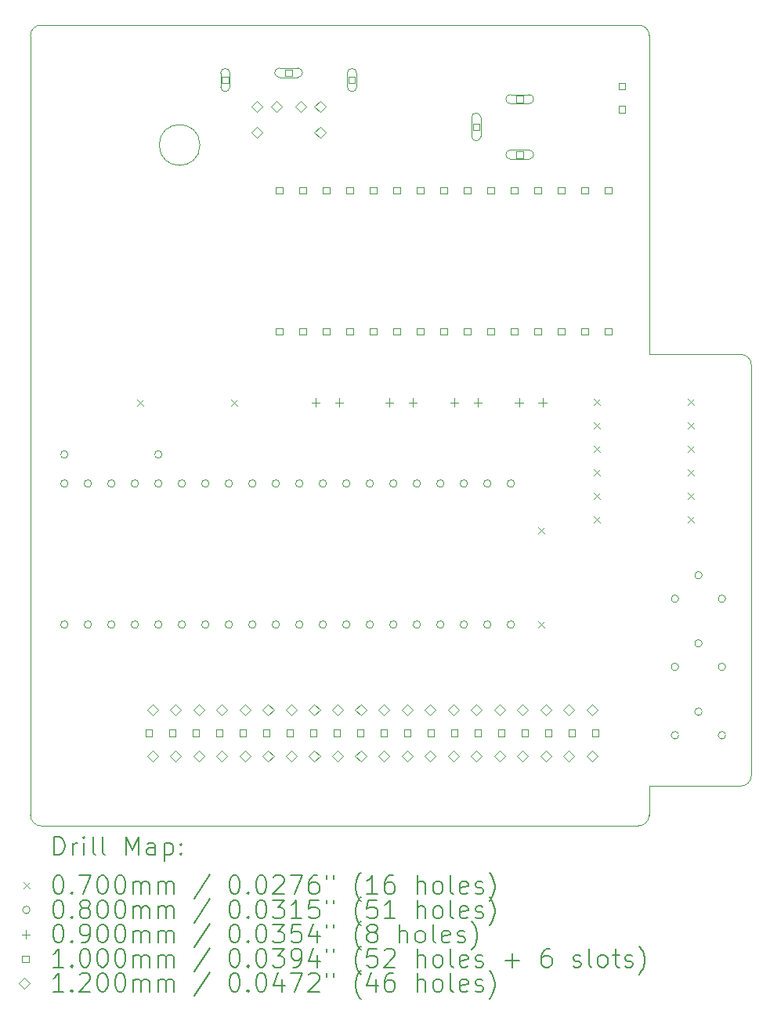
<source format=gbr>
%TF.GenerationSoftware,KiCad,Pcbnew,9.0.3*%
%TF.CreationDate,2025-11-18T20:02:21+00:00*%
%TF.ProjectId,EinsteinTC01PS2,45696e73-7465-4696-9e54-433031505332,rev?*%
%TF.SameCoordinates,Original*%
%TF.FileFunction,Drillmap*%
%TF.FilePolarity,Positive*%
%FSLAX45Y45*%
G04 Gerber Fmt 4.5, Leading zero omitted, Abs format (unit mm)*
G04 Created by KiCad (PCBNEW 9.0.3) date 2025-11-18 20:02:21*
%MOMM*%
%LPD*%
G01*
G04 APERTURE LIST*
%ADD10C,0.100000*%
%ADD11C,0.050000*%
%ADD12C,0.200000*%
%ADD13C,0.120000*%
G04 APERTURE END LIST*
D10*
X22566000Y-8818000D02*
X23555996Y-8818000D01*
X22565000Y-13798000D02*
G75*
G02*
X22450996Y-13912000I-114000J0D01*
G01*
X22565000Y-13482000D02*
X22565000Y-13798000D01*
X23555996Y-13482009D02*
X22565000Y-13482000D01*
D11*
X17710000Y-6555000D02*
G75*
G02*
X17270000Y-6555000I-220000J0D01*
G01*
X17270000Y-6555000D02*
G75*
G02*
X17710000Y-6555000I220000J0D01*
G01*
D10*
X15877996Y-5373004D02*
G75*
G02*
X15992000Y-5258996I114004J4D01*
G01*
X15992004Y-13912004D02*
G75*
G02*
X15877996Y-13798000I-4J114004D01*
G01*
X23670000Y-8932004D02*
X23670000Y-13368004D01*
X15991998Y-5259000D02*
X22451996Y-5259000D01*
X23555996Y-8818000D02*
G75*
G02*
X23670000Y-8932004I4J-114000D01*
G01*
X22566000Y-5373000D02*
X22566000Y-8818000D01*
X22450996Y-13912004D02*
X15992000Y-13912004D01*
X22452000Y-5259000D02*
G75*
G02*
X22566000Y-5373004I0J-114000D01*
G01*
X23670000Y-13368004D02*
G75*
G02*
X23555996Y-13482000I-114000J4D01*
G01*
X15878000Y-13798000D02*
X15878000Y-5374002D01*
D12*
D10*
X17028000Y-9306000D02*
X17098000Y-9376000D01*
X17098000Y-9306000D02*
X17028000Y-9376000D01*
X18044000Y-9306000D02*
X18114000Y-9376000D01*
X18114000Y-9306000D02*
X18044000Y-9376000D01*
X21364000Y-10687000D02*
X21434000Y-10757000D01*
X21434000Y-10687000D02*
X21364000Y-10757000D01*
X21364000Y-11703000D02*
X21434000Y-11773000D01*
X21434000Y-11703000D02*
X21364000Y-11773000D01*
X21968000Y-9295000D02*
X22038000Y-9365000D01*
X22038000Y-9295000D02*
X21968000Y-9365000D01*
X21968000Y-9549000D02*
X22038000Y-9619000D01*
X22038000Y-9549000D02*
X21968000Y-9619000D01*
X21968000Y-9803000D02*
X22038000Y-9873000D01*
X22038000Y-9803000D02*
X21968000Y-9873000D01*
X21968000Y-10057000D02*
X22038000Y-10127000D01*
X22038000Y-10057000D02*
X21968000Y-10127000D01*
X21968000Y-10312000D02*
X22038000Y-10382000D01*
X22038000Y-10312000D02*
X21968000Y-10382000D01*
X21968000Y-10566000D02*
X22038000Y-10636000D01*
X22038000Y-10566000D02*
X21968000Y-10636000D01*
X22984000Y-9295000D02*
X23054000Y-9365000D01*
X23054000Y-9295000D02*
X22984000Y-9365000D01*
X22984000Y-9549000D02*
X23054000Y-9619000D01*
X23054000Y-9549000D02*
X22984000Y-9619000D01*
X22984000Y-9803000D02*
X23054000Y-9873000D01*
X23054000Y-9803000D02*
X22984000Y-9873000D01*
X22984000Y-10057000D02*
X23054000Y-10127000D01*
X23054000Y-10057000D02*
X22984000Y-10127000D01*
X22984000Y-10312000D02*
X23054000Y-10382000D01*
X23054000Y-10312000D02*
X22984000Y-10382000D01*
X22984000Y-10566000D02*
X23054000Y-10636000D01*
X23054000Y-10566000D02*
X22984000Y-10636000D01*
X16284000Y-10214000D02*
G75*
G02*
X16204000Y-10214000I-40000J0D01*
G01*
X16204000Y-10214000D02*
G75*
G02*
X16284000Y-10214000I40000J0D01*
G01*
X16284000Y-11738000D02*
G75*
G02*
X16204000Y-11738000I-40000J0D01*
G01*
X16204000Y-11738000D02*
G75*
G02*
X16284000Y-11738000I40000J0D01*
G01*
X16284250Y-9899750D02*
G75*
G02*
X16204250Y-9899750I-40000J0D01*
G01*
X16204250Y-9899750D02*
G75*
G02*
X16284250Y-9899750I40000J0D01*
G01*
X16538000Y-10214000D02*
G75*
G02*
X16458000Y-10214000I-40000J0D01*
G01*
X16458000Y-10214000D02*
G75*
G02*
X16538000Y-10214000I40000J0D01*
G01*
X16538000Y-11738000D02*
G75*
G02*
X16458000Y-11738000I-40000J0D01*
G01*
X16458000Y-11738000D02*
G75*
G02*
X16538000Y-11738000I40000J0D01*
G01*
X16792000Y-10214000D02*
G75*
G02*
X16712000Y-10214000I-40000J0D01*
G01*
X16712000Y-10214000D02*
G75*
G02*
X16792000Y-10214000I40000J0D01*
G01*
X16792000Y-11738000D02*
G75*
G02*
X16712000Y-11738000I-40000J0D01*
G01*
X16712000Y-11738000D02*
G75*
G02*
X16792000Y-11738000I40000J0D01*
G01*
X17046000Y-10214000D02*
G75*
G02*
X16966000Y-10214000I-40000J0D01*
G01*
X16966000Y-10214000D02*
G75*
G02*
X17046000Y-10214000I40000J0D01*
G01*
X17046000Y-11738000D02*
G75*
G02*
X16966000Y-11738000I-40000J0D01*
G01*
X16966000Y-11738000D02*
G75*
G02*
X17046000Y-11738000I40000J0D01*
G01*
X17300000Y-10214000D02*
G75*
G02*
X17220000Y-10214000I-40000J0D01*
G01*
X17220000Y-10214000D02*
G75*
G02*
X17300000Y-10214000I40000J0D01*
G01*
X17300000Y-11738000D02*
G75*
G02*
X17220000Y-11738000I-40000J0D01*
G01*
X17220000Y-11738000D02*
G75*
G02*
X17300000Y-11738000I40000J0D01*
G01*
X17300250Y-9899750D02*
G75*
G02*
X17220250Y-9899750I-40000J0D01*
G01*
X17220250Y-9899750D02*
G75*
G02*
X17300250Y-9899750I40000J0D01*
G01*
X17554000Y-10214000D02*
G75*
G02*
X17474000Y-10214000I-40000J0D01*
G01*
X17474000Y-10214000D02*
G75*
G02*
X17554000Y-10214000I40000J0D01*
G01*
X17554000Y-11738000D02*
G75*
G02*
X17474000Y-11738000I-40000J0D01*
G01*
X17474000Y-11738000D02*
G75*
G02*
X17554000Y-11738000I40000J0D01*
G01*
X17808000Y-10214000D02*
G75*
G02*
X17728000Y-10214000I-40000J0D01*
G01*
X17728000Y-10214000D02*
G75*
G02*
X17808000Y-10214000I40000J0D01*
G01*
X17808000Y-11738000D02*
G75*
G02*
X17728000Y-11738000I-40000J0D01*
G01*
X17728000Y-11738000D02*
G75*
G02*
X17808000Y-11738000I40000J0D01*
G01*
X18062000Y-10214000D02*
G75*
G02*
X17982000Y-10214000I-40000J0D01*
G01*
X17982000Y-10214000D02*
G75*
G02*
X18062000Y-10214000I40000J0D01*
G01*
X18062000Y-11738000D02*
G75*
G02*
X17982000Y-11738000I-40000J0D01*
G01*
X17982000Y-11738000D02*
G75*
G02*
X18062000Y-11738000I40000J0D01*
G01*
X18316000Y-10214000D02*
G75*
G02*
X18236000Y-10214000I-40000J0D01*
G01*
X18236000Y-10214000D02*
G75*
G02*
X18316000Y-10214000I40000J0D01*
G01*
X18316000Y-11738000D02*
G75*
G02*
X18236000Y-11738000I-40000J0D01*
G01*
X18236000Y-11738000D02*
G75*
G02*
X18316000Y-11738000I40000J0D01*
G01*
X18570000Y-10214000D02*
G75*
G02*
X18490000Y-10214000I-40000J0D01*
G01*
X18490000Y-10214000D02*
G75*
G02*
X18570000Y-10214000I40000J0D01*
G01*
X18570000Y-11738000D02*
G75*
G02*
X18490000Y-11738000I-40000J0D01*
G01*
X18490000Y-11738000D02*
G75*
G02*
X18570000Y-11738000I40000J0D01*
G01*
X18824000Y-10214000D02*
G75*
G02*
X18744000Y-10214000I-40000J0D01*
G01*
X18744000Y-10214000D02*
G75*
G02*
X18824000Y-10214000I40000J0D01*
G01*
X18824000Y-11738000D02*
G75*
G02*
X18744000Y-11738000I-40000J0D01*
G01*
X18744000Y-11738000D02*
G75*
G02*
X18824000Y-11738000I40000J0D01*
G01*
X19078000Y-10214000D02*
G75*
G02*
X18998000Y-10214000I-40000J0D01*
G01*
X18998000Y-10214000D02*
G75*
G02*
X19078000Y-10214000I40000J0D01*
G01*
X19078000Y-11738000D02*
G75*
G02*
X18998000Y-11738000I-40000J0D01*
G01*
X18998000Y-11738000D02*
G75*
G02*
X19078000Y-11738000I40000J0D01*
G01*
X19332000Y-10214000D02*
G75*
G02*
X19252000Y-10214000I-40000J0D01*
G01*
X19252000Y-10214000D02*
G75*
G02*
X19332000Y-10214000I40000J0D01*
G01*
X19332000Y-11738000D02*
G75*
G02*
X19252000Y-11738000I-40000J0D01*
G01*
X19252000Y-11738000D02*
G75*
G02*
X19332000Y-11738000I40000J0D01*
G01*
X19586000Y-10214000D02*
G75*
G02*
X19506000Y-10214000I-40000J0D01*
G01*
X19506000Y-10214000D02*
G75*
G02*
X19586000Y-10214000I40000J0D01*
G01*
X19586000Y-11738000D02*
G75*
G02*
X19506000Y-11738000I-40000J0D01*
G01*
X19506000Y-11738000D02*
G75*
G02*
X19586000Y-11738000I40000J0D01*
G01*
X19840000Y-10214000D02*
G75*
G02*
X19760000Y-10214000I-40000J0D01*
G01*
X19760000Y-10214000D02*
G75*
G02*
X19840000Y-10214000I40000J0D01*
G01*
X19840000Y-11738000D02*
G75*
G02*
X19760000Y-11738000I-40000J0D01*
G01*
X19760000Y-11738000D02*
G75*
G02*
X19840000Y-11738000I40000J0D01*
G01*
X20094000Y-10214000D02*
G75*
G02*
X20014000Y-10214000I-40000J0D01*
G01*
X20014000Y-10214000D02*
G75*
G02*
X20094000Y-10214000I40000J0D01*
G01*
X20094000Y-11738000D02*
G75*
G02*
X20014000Y-11738000I-40000J0D01*
G01*
X20014000Y-11738000D02*
G75*
G02*
X20094000Y-11738000I40000J0D01*
G01*
X20348000Y-10214000D02*
G75*
G02*
X20268000Y-10214000I-40000J0D01*
G01*
X20268000Y-10214000D02*
G75*
G02*
X20348000Y-10214000I40000J0D01*
G01*
X20348000Y-11738000D02*
G75*
G02*
X20268000Y-11738000I-40000J0D01*
G01*
X20268000Y-11738000D02*
G75*
G02*
X20348000Y-11738000I40000J0D01*
G01*
X20602000Y-10214000D02*
G75*
G02*
X20522000Y-10214000I-40000J0D01*
G01*
X20522000Y-10214000D02*
G75*
G02*
X20602000Y-10214000I40000J0D01*
G01*
X20602000Y-11738000D02*
G75*
G02*
X20522000Y-11738000I-40000J0D01*
G01*
X20522000Y-11738000D02*
G75*
G02*
X20602000Y-11738000I40000J0D01*
G01*
X20856000Y-10214000D02*
G75*
G02*
X20776000Y-10214000I-40000J0D01*
G01*
X20776000Y-10214000D02*
G75*
G02*
X20856000Y-10214000I40000J0D01*
G01*
X20856000Y-11738000D02*
G75*
G02*
X20776000Y-11738000I-40000J0D01*
G01*
X20776000Y-11738000D02*
G75*
G02*
X20856000Y-11738000I40000J0D01*
G01*
X21110000Y-10214000D02*
G75*
G02*
X21030000Y-10214000I-40000J0D01*
G01*
X21030000Y-10214000D02*
G75*
G02*
X21110000Y-10214000I40000J0D01*
G01*
X21110000Y-11738000D02*
G75*
G02*
X21030000Y-11738000I-40000J0D01*
G01*
X21030000Y-11738000D02*
G75*
G02*
X21110000Y-11738000I40000J0D01*
G01*
X22884000Y-11458000D02*
G75*
G02*
X22804000Y-11458000I-40000J0D01*
G01*
X22804000Y-11458000D02*
G75*
G02*
X22884000Y-11458000I40000J0D01*
G01*
X22884000Y-12194000D02*
G75*
G02*
X22804000Y-12194000I-40000J0D01*
G01*
X22804000Y-12194000D02*
G75*
G02*
X22884000Y-12194000I40000J0D01*
G01*
X22884000Y-12933000D02*
G75*
G02*
X22804000Y-12933000I-40000J0D01*
G01*
X22804000Y-12933000D02*
G75*
G02*
X22884000Y-12933000I40000J0D01*
G01*
X23138000Y-11204000D02*
G75*
G02*
X23058000Y-11204000I-40000J0D01*
G01*
X23058000Y-11204000D02*
G75*
G02*
X23138000Y-11204000I40000J0D01*
G01*
X23138000Y-11940000D02*
G75*
G02*
X23058000Y-11940000I-40000J0D01*
G01*
X23058000Y-11940000D02*
G75*
G02*
X23138000Y-11940000I40000J0D01*
G01*
X23138000Y-12679000D02*
G75*
G02*
X23058000Y-12679000I-40000J0D01*
G01*
X23058000Y-12679000D02*
G75*
G02*
X23138000Y-12679000I40000J0D01*
G01*
X23392000Y-11458000D02*
G75*
G02*
X23312000Y-11458000I-40000J0D01*
G01*
X23312000Y-11458000D02*
G75*
G02*
X23392000Y-11458000I40000J0D01*
G01*
X23392000Y-12194000D02*
G75*
G02*
X23312000Y-12194000I-40000J0D01*
G01*
X23312000Y-12194000D02*
G75*
G02*
X23392000Y-12194000I40000J0D01*
G01*
X23392000Y-12933000D02*
G75*
G02*
X23312000Y-12933000I-40000J0D01*
G01*
X23312000Y-12933000D02*
G75*
G02*
X23392000Y-12933000I40000J0D01*
G01*
X18961000Y-9292000D02*
X18961000Y-9382000D01*
X18916000Y-9337000D02*
X19006000Y-9337000D01*
X19215000Y-9292000D02*
X19215000Y-9382000D01*
X19170000Y-9337000D02*
X19260000Y-9337000D01*
X19757500Y-9292000D02*
X19757500Y-9382000D01*
X19712500Y-9337000D02*
X19802500Y-9337000D01*
X20011500Y-9292000D02*
X20011500Y-9382000D01*
X19966500Y-9337000D02*
X20056500Y-9337000D01*
X20460000Y-9292000D02*
X20460000Y-9382000D01*
X20415000Y-9337000D02*
X20505000Y-9337000D01*
X20714000Y-9292000D02*
X20714000Y-9382000D01*
X20669000Y-9337000D02*
X20759000Y-9337000D01*
X21159000Y-9292000D02*
X21159000Y-9382000D01*
X21114000Y-9337000D02*
X21204000Y-9337000D01*
X21413000Y-9292000D02*
X21413000Y-9382000D01*
X21368000Y-9337000D02*
X21458000Y-9337000D01*
X17193356Y-12945356D02*
X17193356Y-12874644D01*
X17122644Y-12874644D01*
X17122644Y-12945356D01*
X17193356Y-12945356D01*
X17447356Y-12945356D02*
X17447356Y-12874644D01*
X17376644Y-12874644D01*
X17376644Y-12945356D01*
X17447356Y-12945356D01*
X17701356Y-12945356D02*
X17701356Y-12874644D01*
X17630644Y-12874644D01*
X17630644Y-12945356D01*
X17701356Y-12945356D01*
X17955356Y-12945356D02*
X17955356Y-12874644D01*
X17884644Y-12874644D01*
X17884644Y-12945356D01*
X17955356Y-12945356D01*
X18018356Y-5888356D02*
X18018356Y-5817644D01*
X17947644Y-5817644D01*
X17947644Y-5888356D01*
X18018356Y-5888356D01*
X18033000Y-5928000D02*
X18033000Y-5778000D01*
X17933000Y-5778000D02*
G75*
G02*
X18033000Y-5778000I50000J0D01*
G01*
X17933000Y-5778000D02*
X17933000Y-5928000D01*
X17933000Y-5928000D02*
G75*
G03*
X18033000Y-5928000I50000J0D01*
G01*
X18209356Y-12945356D02*
X18209356Y-12874644D01*
X18138644Y-12874644D01*
X18138644Y-12945356D01*
X18209356Y-12945356D01*
X18463356Y-12945356D02*
X18463356Y-12874644D01*
X18392644Y-12874644D01*
X18392644Y-12945356D01*
X18463356Y-12945356D01*
X18603356Y-7078856D02*
X18603356Y-7008144D01*
X18532644Y-7008144D01*
X18532644Y-7078856D01*
X18603356Y-7078856D01*
X18603356Y-8602856D02*
X18603356Y-8532144D01*
X18532644Y-8532144D01*
X18532644Y-8602856D01*
X18603356Y-8602856D01*
X18703356Y-5808356D02*
X18703356Y-5737644D01*
X18632644Y-5737644D01*
X18632644Y-5808356D01*
X18703356Y-5808356D01*
X18768000Y-5723000D02*
X18568000Y-5723000D01*
X18568000Y-5823000D02*
G75*
G02*
X18568000Y-5723000I0J50000D01*
G01*
X18568000Y-5823000D02*
X18768000Y-5823000D01*
X18768000Y-5823000D02*
G75*
G03*
X18768000Y-5723000I0J50000D01*
G01*
X18717356Y-12945356D02*
X18717356Y-12874644D01*
X18646644Y-12874644D01*
X18646644Y-12945356D01*
X18717356Y-12945356D01*
X18857356Y-7078856D02*
X18857356Y-7008144D01*
X18786644Y-7008144D01*
X18786644Y-7078856D01*
X18857356Y-7078856D01*
X18857356Y-8602856D02*
X18857356Y-8532144D01*
X18786644Y-8532144D01*
X18786644Y-8602856D01*
X18857356Y-8602856D01*
X18971356Y-12945356D02*
X18971356Y-12874644D01*
X18900644Y-12874644D01*
X18900644Y-12945356D01*
X18971356Y-12945356D01*
X19111356Y-7078856D02*
X19111356Y-7008144D01*
X19040644Y-7008144D01*
X19040644Y-7078856D01*
X19111356Y-7078856D01*
X19111356Y-8602856D02*
X19111356Y-8532144D01*
X19040644Y-8532144D01*
X19040644Y-8602856D01*
X19111356Y-8602856D01*
X19225356Y-12945356D02*
X19225356Y-12874644D01*
X19154644Y-12874644D01*
X19154644Y-12945356D01*
X19225356Y-12945356D01*
X19365356Y-7078856D02*
X19365356Y-7008144D01*
X19294644Y-7008144D01*
X19294644Y-7078856D01*
X19365356Y-7078856D01*
X19365356Y-8602856D02*
X19365356Y-8532144D01*
X19294644Y-8532144D01*
X19294644Y-8602856D01*
X19365356Y-8602856D01*
X19388356Y-5888356D02*
X19388356Y-5817644D01*
X19317644Y-5817644D01*
X19317644Y-5888356D01*
X19388356Y-5888356D01*
X19403000Y-5928000D02*
X19403000Y-5778000D01*
X19303000Y-5778000D02*
G75*
G02*
X19403000Y-5778000I50000J0D01*
G01*
X19303000Y-5778000D02*
X19303000Y-5928000D01*
X19303000Y-5928000D02*
G75*
G03*
X19403000Y-5928000I50000J0D01*
G01*
X19479356Y-12945356D02*
X19479356Y-12874644D01*
X19408644Y-12874644D01*
X19408644Y-12945356D01*
X19479356Y-12945356D01*
X19619356Y-7078856D02*
X19619356Y-7008144D01*
X19548644Y-7008144D01*
X19548644Y-7078856D01*
X19619356Y-7078856D01*
X19619356Y-8602856D02*
X19619356Y-8532144D01*
X19548644Y-8532144D01*
X19548644Y-8602856D01*
X19619356Y-8602856D01*
X19733356Y-12945356D02*
X19733356Y-12874644D01*
X19662644Y-12874644D01*
X19662644Y-12945356D01*
X19733356Y-12945356D01*
X19873356Y-7078856D02*
X19873356Y-7008144D01*
X19802644Y-7008144D01*
X19802644Y-7078856D01*
X19873356Y-7078856D01*
X19873356Y-8602856D02*
X19873356Y-8532144D01*
X19802644Y-8532144D01*
X19802644Y-8602856D01*
X19873356Y-8602856D01*
X19987356Y-12945356D02*
X19987356Y-12874644D01*
X19916644Y-12874644D01*
X19916644Y-12945356D01*
X19987356Y-12945356D01*
X20127356Y-7078856D02*
X20127356Y-7008144D01*
X20056644Y-7008144D01*
X20056644Y-7078856D01*
X20127356Y-7078856D01*
X20127356Y-8602856D02*
X20127356Y-8532144D01*
X20056644Y-8532144D01*
X20056644Y-8602856D01*
X20127356Y-8602856D01*
X20241356Y-12945356D02*
X20241356Y-12874644D01*
X20170644Y-12874644D01*
X20170644Y-12945356D01*
X20241356Y-12945356D01*
X20381356Y-7078856D02*
X20381356Y-7008144D01*
X20310644Y-7008144D01*
X20310644Y-7078856D01*
X20381356Y-7078856D01*
X20381356Y-8602856D02*
X20381356Y-8532144D01*
X20310644Y-8532144D01*
X20310644Y-8602856D01*
X20381356Y-8602856D01*
X20495356Y-12945356D02*
X20495356Y-12874644D01*
X20424644Y-12874644D01*
X20424644Y-12945356D01*
X20495356Y-12945356D01*
X20635356Y-7078856D02*
X20635356Y-7008144D01*
X20564644Y-7008144D01*
X20564644Y-7078856D01*
X20635356Y-7078856D01*
X20635356Y-8602856D02*
X20635356Y-8532144D01*
X20564644Y-8532144D01*
X20564644Y-8602856D01*
X20635356Y-8602856D01*
X20731356Y-6394356D02*
X20731356Y-6323644D01*
X20660644Y-6323644D01*
X20660644Y-6394356D01*
X20731356Y-6394356D01*
X20646000Y-6259000D02*
X20646000Y-6459000D01*
X20746000Y-6459000D02*
G75*
G02*
X20646000Y-6459000I-50000J0D01*
G01*
X20746000Y-6459000D02*
X20746000Y-6259000D01*
X20746000Y-6259000D02*
G75*
G03*
X20646000Y-6259000I-50000J0D01*
G01*
X20749356Y-12945356D02*
X20749356Y-12874644D01*
X20678644Y-12874644D01*
X20678644Y-12945356D01*
X20749356Y-12945356D01*
X20889356Y-7078856D02*
X20889356Y-7008144D01*
X20818644Y-7008144D01*
X20818644Y-7078856D01*
X20889356Y-7078856D01*
X20889356Y-8602856D02*
X20889356Y-8532144D01*
X20818644Y-8532144D01*
X20818644Y-8602856D01*
X20889356Y-8602856D01*
X21003356Y-12945356D02*
X21003356Y-12874644D01*
X20932644Y-12874644D01*
X20932644Y-12945356D01*
X21003356Y-12945356D01*
X21143356Y-7078856D02*
X21143356Y-7008144D01*
X21072644Y-7008144D01*
X21072644Y-7078856D01*
X21143356Y-7078856D01*
X21143356Y-8602856D02*
X21143356Y-8532144D01*
X21072644Y-8532144D01*
X21072644Y-8602856D01*
X21143356Y-8602856D01*
X21201356Y-6094356D02*
X21201356Y-6023644D01*
X21130644Y-6023644D01*
X21130644Y-6094356D01*
X21201356Y-6094356D01*
X21266000Y-6009000D02*
X21066000Y-6009000D01*
X21066000Y-6109000D02*
G75*
G02*
X21066000Y-6009000I0J50000D01*
G01*
X21066000Y-6109000D02*
X21266000Y-6109000D01*
X21266000Y-6109000D02*
G75*
G03*
X21266000Y-6009000I0J50000D01*
G01*
X21201356Y-6694356D02*
X21201356Y-6623644D01*
X21130644Y-6623644D01*
X21130644Y-6694356D01*
X21201356Y-6694356D01*
X21266000Y-6609000D02*
X21066000Y-6609000D01*
X21066000Y-6709000D02*
G75*
G02*
X21066000Y-6609000I0J50000D01*
G01*
X21066000Y-6709000D02*
X21266000Y-6709000D01*
X21266000Y-6709000D02*
G75*
G03*
X21266000Y-6609000I0J50000D01*
G01*
X21257356Y-12945356D02*
X21257356Y-12874644D01*
X21186644Y-12874644D01*
X21186644Y-12945356D01*
X21257356Y-12945356D01*
X21397356Y-7078856D02*
X21397356Y-7008144D01*
X21326644Y-7008144D01*
X21326644Y-7078856D01*
X21397356Y-7078856D01*
X21397356Y-8602856D02*
X21397356Y-8532144D01*
X21326644Y-8532144D01*
X21326644Y-8602856D01*
X21397356Y-8602856D01*
X21511356Y-12945356D02*
X21511356Y-12874644D01*
X21440644Y-12874644D01*
X21440644Y-12945356D01*
X21511356Y-12945356D01*
X21651356Y-7078856D02*
X21651356Y-7008144D01*
X21580644Y-7008144D01*
X21580644Y-7078856D01*
X21651356Y-7078856D01*
X21651356Y-8602856D02*
X21651356Y-8532144D01*
X21580644Y-8532144D01*
X21580644Y-8602856D01*
X21651356Y-8602856D01*
X21765356Y-12945356D02*
X21765356Y-12874644D01*
X21694644Y-12874644D01*
X21694644Y-12945356D01*
X21765356Y-12945356D01*
X21905356Y-7078856D02*
X21905356Y-7008144D01*
X21834644Y-7008144D01*
X21834644Y-7078856D01*
X21905356Y-7078856D01*
X21905356Y-8602856D02*
X21905356Y-8532144D01*
X21834644Y-8532144D01*
X21834644Y-8602856D01*
X21905356Y-8602856D01*
X22019356Y-12945356D02*
X22019356Y-12874644D01*
X21948644Y-12874644D01*
X21948644Y-12945356D01*
X22019356Y-12945356D01*
X22159356Y-7078856D02*
X22159356Y-7008144D01*
X22088644Y-7008144D01*
X22088644Y-7078856D01*
X22159356Y-7078856D01*
X22159356Y-8602856D02*
X22159356Y-8532144D01*
X22088644Y-8532144D01*
X22088644Y-8602856D01*
X22159356Y-8602856D01*
X22308356Y-5955356D02*
X22308356Y-5884644D01*
X22237644Y-5884644D01*
X22237644Y-5955356D01*
X22308356Y-5955356D01*
X22308356Y-6205356D02*
X22308356Y-6134644D01*
X22237644Y-6134644D01*
X22237644Y-6205356D01*
X22308356Y-6205356D01*
D13*
X17198000Y-12720000D02*
X17258000Y-12660000D01*
X17198000Y-12600000D01*
X17138000Y-12660000D01*
X17198000Y-12720000D01*
X17198000Y-13220000D02*
X17258000Y-13160000D01*
X17198000Y-13100000D01*
X17138000Y-13160000D01*
X17198000Y-13220000D01*
X17448000Y-12720000D02*
X17508000Y-12660000D01*
X17448000Y-12600000D01*
X17388000Y-12660000D01*
X17448000Y-12720000D01*
X17448000Y-13220000D02*
X17508000Y-13160000D01*
X17448000Y-13100000D01*
X17388000Y-13160000D01*
X17448000Y-13220000D01*
X17698000Y-12720000D02*
X17758000Y-12660000D01*
X17698000Y-12600000D01*
X17638000Y-12660000D01*
X17698000Y-12720000D01*
X17698000Y-13220000D02*
X17758000Y-13160000D01*
X17698000Y-13100000D01*
X17638000Y-13160000D01*
X17698000Y-13220000D01*
X17948000Y-12720000D02*
X18008000Y-12660000D01*
X17948000Y-12600000D01*
X17888000Y-12660000D01*
X17948000Y-12720000D01*
X17948000Y-13220000D02*
X18008000Y-13160000D01*
X17948000Y-13100000D01*
X17888000Y-13160000D01*
X17948000Y-13220000D01*
X18198000Y-12720000D02*
X18258000Y-12660000D01*
X18198000Y-12600000D01*
X18138000Y-12660000D01*
X18198000Y-12720000D01*
X18198000Y-13220000D02*
X18258000Y-13160000D01*
X18198000Y-13100000D01*
X18138000Y-13160000D01*
X18198000Y-13220000D01*
X18328000Y-6198000D02*
X18388000Y-6138000D01*
X18328000Y-6078000D01*
X18268000Y-6138000D01*
X18328000Y-6198000D01*
X18328000Y-6478000D02*
X18388000Y-6418000D01*
X18328000Y-6358000D01*
X18268000Y-6418000D01*
X18328000Y-6478000D01*
X18448000Y-12720000D02*
X18508000Y-12660000D01*
X18448000Y-12600000D01*
X18388000Y-12660000D01*
X18448000Y-12720000D01*
X18448000Y-13220000D02*
X18508000Y-13160000D01*
X18448000Y-13100000D01*
X18388000Y-13160000D01*
X18448000Y-13220000D01*
X18538000Y-6198000D02*
X18598000Y-6138000D01*
X18538000Y-6078000D01*
X18478000Y-6138000D01*
X18538000Y-6198000D01*
X18698000Y-12720000D02*
X18758000Y-12660000D01*
X18698000Y-12600000D01*
X18638000Y-12660000D01*
X18698000Y-12720000D01*
X18698000Y-13220000D02*
X18758000Y-13160000D01*
X18698000Y-13100000D01*
X18638000Y-13160000D01*
X18698000Y-13220000D01*
X18798000Y-6198000D02*
X18858000Y-6138000D01*
X18798000Y-6078000D01*
X18738000Y-6138000D01*
X18798000Y-6198000D01*
X18948000Y-12720000D02*
X19008000Y-12660000D01*
X18948000Y-12600000D01*
X18888000Y-12660000D01*
X18948000Y-12720000D01*
X18948000Y-13220000D02*
X19008000Y-13160000D01*
X18948000Y-13100000D01*
X18888000Y-13160000D01*
X18948000Y-13220000D01*
X19008000Y-6198000D02*
X19068000Y-6138000D01*
X19008000Y-6078000D01*
X18948000Y-6138000D01*
X19008000Y-6198000D01*
X19008000Y-6478000D02*
X19068000Y-6418000D01*
X19008000Y-6358000D01*
X18948000Y-6418000D01*
X19008000Y-6478000D01*
X19198000Y-12720000D02*
X19258000Y-12660000D01*
X19198000Y-12600000D01*
X19138000Y-12660000D01*
X19198000Y-12720000D01*
X19198000Y-13220000D02*
X19258000Y-13160000D01*
X19198000Y-13100000D01*
X19138000Y-13160000D01*
X19198000Y-13220000D01*
X19448000Y-12720000D02*
X19508000Y-12660000D01*
X19448000Y-12600000D01*
X19388000Y-12660000D01*
X19448000Y-12720000D01*
X19448000Y-13220000D02*
X19508000Y-13160000D01*
X19448000Y-13100000D01*
X19388000Y-13160000D01*
X19448000Y-13220000D01*
X19698000Y-12720000D02*
X19758000Y-12660000D01*
X19698000Y-12600000D01*
X19638000Y-12660000D01*
X19698000Y-12720000D01*
X19698000Y-13220000D02*
X19758000Y-13160000D01*
X19698000Y-13100000D01*
X19638000Y-13160000D01*
X19698000Y-13220000D01*
X19948000Y-12720000D02*
X20008000Y-12660000D01*
X19948000Y-12600000D01*
X19888000Y-12660000D01*
X19948000Y-12720000D01*
X19948000Y-13220000D02*
X20008000Y-13160000D01*
X19948000Y-13100000D01*
X19888000Y-13160000D01*
X19948000Y-13220000D01*
X20198000Y-12720000D02*
X20258000Y-12660000D01*
X20198000Y-12600000D01*
X20138000Y-12660000D01*
X20198000Y-12720000D01*
X20198000Y-13220000D02*
X20258000Y-13160000D01*
X20198000Y-13100000D01*
X20138000Y-13160000D01*
X20198000Y-13220000D01*
X20448000Y-12720000D02*
X20508000Y-12660000D01*
X20448000Y-12600000D01*
X20388000Y-12660000D01*
X20448000Y-12720000D01*
X20448000Y-13220000D02*
X20508000Y-13160000D01*
X20448000Y-13100000D01*
X20388000Y-13160000D01*
X20448000Y-13220000D01*
X20698000Y-12720000D02*
X20758000Y-12660000D01*
X20698000Y-12600000D01*
X20638000Y-12660000D01*
X20698000Y-12720000D01*
X20698000Y-13220000D02*
X20758000Y-13160000D01*
X20698000Y-13100000D01*
X20638000Y-13160000D01*
X20698000Y-13220000D01*
X20948000Y-12720000D02*
X21008000Y-12660000D01*
X20948000Y-12600000D01*
X20888000Y-12660000D01*
X20948000Y-12720000D01*
X20948000Y-13220000D02*
X21008000Y-13160000D01*
X20948000Y-13100000D01*
X20888000Y-13160000D01*
X20948000Y-13220000D01*
X21198000Y-12720000D02*
X21258000Y-12660000D01*
X21198000Y-12600000D01*
X21138000Y-12660000D01*
X21198000Y-12720000D01*
X21198000Y-13220000D02*
X21258000Y-13160000D01*
X21198000Y-13100000D01*
X21138000Y-13160000D01*
X21198000Y-13220000D01*
X21448000Y-12720000D02*
X21508000Y-12660000D01*
X21448000Y-12600000D01*
X21388000Y-12660000D01*
X21448000Y-12720000D01*
X21448000Y-13220000D02*
X21508000Y-13160000D01*
X21448000Y-13100000D01*
X21388000Y-13160000D01*
X21448000Y-13220000D01*
X21694000Y-12720000D02*
X21754000Y-12660000D01*
X21694000Y-12600000D01*
X21634000Y-12660000D01*
X21694000Y-12720000D01*
X21694000Y-13220000D02*
X21754000Y-13160000D01*
X21694000Y-13100000D01*
X21634000Y-13160000D01*
X21694000Y-13220000D01*
X21948000Y-12720000D02*
X22008000Y-12660000D01*
X21948000Y-12600000D01*
X21888000Y-12660000D01*
X21948000Y-12720000D01*
X21948000Y-13220000D02*
X22008000Y-13160000D01*
X21948000Y-13100000D01*
X21888000Y-13160000D01*
X21948000Y-13220000D01*
D12*
X16133772Y-14228488D02*
X16133772Y-14028488D01*
X16133772Y-14028488D02*
X16181391Y-14028488D01*
X16181391Y-14028488D02*
X16209963Y-14038012D01*
X16209963Y-14038012D02*
X16229010Y-14057060D01*
X16229010Y-14057060D02*
X16238534Y-14076107D01*
X16238534Y-14076107D02*
X16248058Y-14114202D01*
X16248058Y-14114202D02*
X16248058Y-14142774D01*
X16248058Y-14142774D02*
X16238534Y-14180869D01*
X16238534Y-14180869D02*
X16229010Y-14199917D01*
X16229010Y-14199917D02*
X16209963Y-14218964D01*
X16209963Y-14218964D02*
X16181391Y-14228488D01*
X16181391Y-14228488D02*
X16133772Y-14228488D01*
X16333772Y-14228488D02*
X16333772Y-14095155D01*
X16333772Y-14133250D02*
X16343296Y-14114202D01*
X16343296Y-14114202D02*
X16352820Y-14104679D01*
X16352820Y-14104679D02*
X16371868Y-14095155D01*
X16371868Y-14095155D02*
X16390915Y-14095155D01*
X16457582Y-14228488D02*
X16457582Y-14095155D01*
X16457582Y-14028488D02*
X16448058Y-14038012D01*
X16448058Y-14038012D02*
X16457582Y-14047536D01*
X16457582Y-14047536D02*
X16467106Y-14038012D01*
X16467106Y-14038012D02*
X16457582Y-14028488D01*
X16457582Y-14028488D02*
X16457582Y-14047536D01*
X16581391Y-14228488D02*
X16562344Y-14218964D01*
X16562344Y-14218964D02*
X16552820Y-14199917D01*
X16552820Y-14199917D02*
X16552820Y-14028488D01*
X16686153Y-14228488D02*
X16667106Y-14218964D01*
X16667106Y-14218964D02*
X16657582Y-14199917D01*
X16657582Y-14199917D02*
X16657582Y-14028488D01*
X16914725Y-14228488D02*
X16914725Y-14028488D01*
X16914725Y-14028488D02*
X16981392Y-14171345D01*
X16981392Y-14171345D02*
X17048058Y-14028488D01*
X17048058Y-14028488D02*
X17048058Y-14228488D01*
X17229011Y-14228488D02*
X17229011Y-14123726D01*
X17229011Y-14123726D02*
X17219487Y-14104679D01*
X17219487Y-14104679D02*
X17200439Y-14095155D01*
X17200439Y-14095155D02*
X17162344Y-14095155D01*
X17162344Y-14095155D02*
X17143296Y-14104679D01*
X17229011Y-14218964D02*
X17209963Y-14228488D01*
X17209963Y-14228488D02*
X17162344Y-14228488D01*
X17162344Y-14228488D02*
X17143296Y-14218964D01*
X17143296Y-14218964D02*
X17133772Y-14199917D01*
X17133772Y-14199917D02*
X17133772Y-14180869D01*
X17133772Y-14180869D02*
X17143296Y-14161821D01*
X17143296Y-14161821D02*
X17162344Y-14152298D01*
X17162344Y-14152298D02*
X17209963Y-14152298D01*
X17209963Y-14152298D02*
X17229011Y-14142774D01*
X17324249Y-14095155D02*
X17324249Y-14295155D01*
X17324249Y-14104679D02*
X17343296Y-14095155D01*
X17343296Y-14095155D02*
X17381392Y-14095155D01*
X17381392Y-14095155D02*
X17400439Y-14104679D01*
X17400439Y-14104679D02*
X17409963Y-14114202D01*
X17409963Y-14114202D02*
X17419487Y-14133250D01*
X17419487Y-14133250D02*
X17419487Y-14190393D01*
X17419487Y-14190393D02*
X17409963Y-14209440D01*
X17409963Y-14209440D02*
X17400439Y-14218964D01*
X17400439Y-14218964D02*
X17381392Y-14228488D01*
X17381392Y-14228488D02*
X17343296Y-14228488D01*
X17343296Y-14228488D02*
X17324249Y-14218964D01*
X17505201Y-14209440D02*
X17514725Y-14218964D01*
X17514725Y-14218964D02*
X17505201Y-14228488D01*
X17505201Y-14228488D02*
X17495677Y-14218964D01*
X17495677Y-14218964D02*
X17505201Y-14209440D01*
X17505201Y-14209440D02*
X17505201Y-14228488D01*
X17505201Y-14104679D02*
X17514725Y-14114202D01*
X17514725Y-14114202D02*
X17505201Y-14123726D01*
X17505201Y-14123726D02*
X17495677Y-14114202D01*
X17495677Y-14114202D02*
X17505201Y-14104679D01*
X17505201Y-14104679D02*
X17505201Y-14123726D01*
D10*
X15802996Y-14522004D02*
X15872996Y-14592004D01*
X15872996Y-14522004D02*
X15802996Y-14592004D01*
D12*
X16171868Y-14448488D02*
X16190915Y-14448488D01*
X16190915Y-14448488D02*
X16209963Y-14458012D01*
X16209963Y-14458012D02*
X16219487Y-14467536D01*
X16219487Y-14467536D02*
X16229010Y-14486583D01*
X16229010Y-14486583D02*
X16238534Y-14524679D01*
X16238534Y-14524679D02*
X16238534Y-14572298D01*
X16238534Y-14572298D02*
X16229010Y-14610393D01*
X16229010Y-14610393D02*
X16219487Y-14629440D01*
X16219487Y-14629440D02*
X16209963Y-14638964D01*
X16209963Y-14638964D02*
X16190915Y-14648488D01*
X16190915Y-14648488D02*
X16171868Y-14648488D01*
X16171868Y-14648488D02*
X16152820Y-14638964D01*
X16152820Y-14638964D02*
X16143296Y-14629440D01*
X16143296Y-14629440D02*
X16133772Y-14610393D01*
X16133772Y-14610393D02*
X16124249Y-14572298D01*
X16124249Y-14572298D02*
X16124249Y-14524679D01*
X16124249Y-14524679D02*
X16133772Y-14486583D01*
X16133772Y-14486583D02*
X16143296Y-14467536D01*
X16143296Y-14467536D02*
X16152820Y-14458012D01*
X16152820Y-14458012D02*
X16171868Y-14448488D01*
X16324249Y-14629440D02*
X16333772Y-14638964D01*
X16333772Y-14638964D02*
X16324249Y-14648488D01*
X16324249Y-14648488D02*
X16314725Y-14638964D01*
X16314725Y-14638964D02*
X16324249Y-14629440D01*
X16324249Y-14629440D02*
X16324249Y-14648488D01*
X16400439Y-14448488D02*
X16533772Y-14448488D01*
X16533772Y-14448488D02*
X16448058Y-14648488D01*
X16648058Y-14448488D02*
X16667106Y-14448488D01*
X16667106Y-14448488D02*
X16686153Y-14458012D01*
X16686153Y-14458012D02*
X16695677Y-14467536D01*
X16695677Y-14467536D02*
X16705201Y-14486583D01*
X16705201Y-14486583D02*
X16714725Y-14524679D01*
X16714725Y-14524679D02*
X16714725Y-14572298D01*
X16714725Y-14572298D02*
X16705201Y-14610393D01*
X16705201Y-14610393D02*
X16695677Y-14629440D01*
X16695677Y-14629440D02*
X16686153Y-14638964D01*
X16686153Y-14638964D02*
X16667106Y-14648488D01*
X16667106Y-14648488D02*
X16648058Y-14648488D01*
X16648058Y-14648488D02*
X16629010Y-14638964D01*
X16629010Y-14638964D02*
X16619487Y-14629440D01*
X16619487Y-14629440D02*
X16609963Y-14610393D01*
X16609963Y-14610393D02*
X16600439Y-14572298D01*
X16600439Y-14572298D02*
X16600439Y-14524679D01*
X16600439Y-14524679D02*
X16609963Y-14486583D01*
X16609963Y-14486583D02*
X16619487Y-14467536D01*
X16619487Y-14467536D02*
X16629010Y-14458012D01*
X16629010Y-14458012D02*
X16648058Y-14448488D01*
X16838534Y-14448488D02*
X16857582Y-14448488D01*
X16857582Y-14448488D02*
X16876630Y-14458012D01*
X16876630Y-14458012D02*
X16886153Y-14467536D01*
X16886153Y-14467536D02*
X16895677Y-14486583D01*
X16895677Y-14486583D02*
X16905201Y-14524679D01*
X16905201Y-14524679D02*
X16905201Y-14572298D01*
X16905201Y-14572298D02*
X16895677Y-14610393D01*
X16895677Y-14610393D02*
X16886153Y-14629440D01*
X16886153Y-14629440D02*
X16876630Y-14638964D01*
X16876630Y-14638964D02*
X16857582Y-14648488D01*
X16857582Y-14648488D02*
X16838534Y-14648488D01*
X16838534Y-14648488D02*
X16819487Y-14638964D01*
X16819487Y-14638964D02*
X16809963Y-14629440D01*
X16809963Y-14629440D02*
X16800439Y-14610393D01*
X16800439Y-14610393D02*
X16790915Y-14572298D01*
X16790915Y-14572298D02*
X16790915Y-14524679D01*
X16790915Y-14524679D02*
X16800439Y-14486583D01*
X16800439Y-14486583D02*
X16809963Y-14467536D01*
X16809963Y-14467536D02*
X16819487Y-14458012D01*
X16819487Y-14458012D02*
X16838534Y-14448488D01*
X16990915Y-14648488D02*
X16990915Y-14515155D01*
X16990915Y-14534202D02*
X17000439Y-14524679D01*
X17000439Y-14524679D02*
X17019487Y-14515155D01*
X17019487Y-14515155D02*
X17048058Y-14515155D01*
X17048058Y-14515155D02*
X17067106Y-14524679D01*
X17067106Y-14524679D02*
X17076630Y-14543726D01*
X17076630Y-14543726D02*
X17076630Y-14648488D01*
X17076630Y-14543726D02*
X17086153Y-14524679D01*
X17086153Y-14524679D02*
X17105201Y-14515155D01*
X17105201Y-14515155D02*
X17133772Y-14515155D01*
X17133772Y-14515155D02*
X17152820Y-14524679D01*
X17152820Y-14524679D02*
X17162344Y-14543726D01*
X17162344Y-14543726D02*
X17162344Y-14648488D01*
X17257582Y-14648488D02*
X17257582Y-14515155D01*
X17257582Y-14534202D02*
X17267106Y-14524679D01*
X17267106Y-14524679D02*
X17286153Y-14515155D01*
X17286153Y-14515155D02*
X17314725Y-14515155D01*
X17314725Y-14515155D02*
X17333773Y-14524679D01*
X17333773Y-14524679D02*
X17343296Y-14543726D01*
X17343296Y-14543726D02*
X17343296Y-14648488D01*
X17343296Y-14543726D02*
X17352820Y-14524679D01*
X17352820Y-14524679D02*
X17371868Y-14515155D01*
X17371868Y-14515155D02*
X17400439Y-14515155D01*
X17400439Y-14515155D02*
X17419487Y-14524679D01*
X17419487Y-14524679D02*
X17429011Y-14543726D01*
X17429011Y-14543726D02*
X17429011Y-14648488D01*
X17819487Y-14438964D02*
X17648058Y-14696107D01*
X18076630Y-14448488D02*
X18095677Y-14448488D01*
X18095677Y-14448488D02*
X18114725Y-14458012D01*
X18114725Y-14458012D02*
X18124249Y-14467536D01*
X18124249Y-14467536D02*
X18133773Y-14486583D01*
X18133773Y-14486583D02*
X18143296Y-14524679D01*
X18143296Y-14524679D02*
X18143296Y-14572298D01*
X18143296Y-14572298D02*
X18133773Y-14610393D01*
X18133773Y-14610393D02*
X18124249Y-14629440D01*
X18124249Y-14629440D02*
X18114725Y-14638964D01*
X18114725Y-14638964D02*
X18095677Y-14648488D01*
X18095677Y-14648488D02*
X18076630Y-14648488D01*
X18076630Y-14648488D02*
X18057582Y-14638964D01*
X18057582Y-14638964D02*
X18048058Y-14629440D01*
X18048058Y-14629440D02*
X18038535Y-14610393D01*
X18038535Y-14610393D02*
X18029011Y-14572298D01*
X18029011Y-14572298D02*
X18029011Y-14524679D01*
X18029011Y-14524679D02*
X18038535Y-14486583D01*
X18038535Y-14486583D02*
X18048058Y-14467536D01*
X18048058Y-14467536D02*
X18057582Y-14458012D01*
X18057582Y-14458012D02*
X18076630Y-14448488D01*
X18229011Y-14629440D02*
X18238535Y-14638964D01*
X18238535Y-14638964D02*
X18229011Y-14648488D01*
X18229011Y-14648488D02*
X18219487Y-14638964D01*
X18219487Y-14638964D02*
X18229011Y-14629440D01*
X18229011Y-14629440D02*
X18229011Y-14648488D01*
X18362344Y-14448488D02*
X18381392Y-14448488D01*
X18381392Y-14448488D02*
X18400439Y-14458012D01*
X18400439Y-14458012D02*
X18409963Y-14467536D01*
X18409963Y-14467536D02*
X18419487Y-14486583D01*
X18419487Y-14486583D02*
X18429011Y-14524679D01*
X18429011Y-14524679D02*
X18429011Y-14572298D01*
X18429011Y-14572298D02*
X18419487Y-14610393D01*
X18419487Y-14610393D02*
X18409963Y-14629440D01*
X18409963Y-14629440D02*
X18400439Y-14638964D01*
X18400439Y-14638964D02*
X18381392Y-14648488D01*
X18381392Y-14648488D02*
X18362344Y-14648488D01*
X18362344Y-14648488D02*
X18343296Y-14638964D01*
X18343296Y-14638964D02*
X18333773Y-14629440D01*
X18333773Y-14629440D02*
X18324249Y-14610393D01*
X18324249Y-14610393D02*
X18314725Y-14572298D01*
X18314725Y-14572298D02*
X18314725Y-14524679D01*
X18314725Y-14524679D02*
X18324249Y-14486583D01*
X18324249Y-14486583D02*
X18333773Y-14467536D01*
X18333773Y-14467536D02*
X18343296Y-14458012D01*
X18343296Y-14458012D02*
X18362344Y-14448488D01*
X18505201Y-14467536D02*
X18514725Y-14458012D01*
X18514725Y-14458012D02*
X18533773Y-14448488D01*
X18533773Y-14448488D02*
X18581392Y-14448488D01*
X18581392Y-14448488D02*
X18600439Y-14458012D01*
X18600439Y-14458012D02*
X18609963Y-14467536D01*
X18609963Y-14467536D02*
X18619487Y-14486583D01*
X18619487Y-14486583D02*
X18619487Y-14505631D01*
X18619487Y-14505631D02*
X18609963Y-14534202D01*
X18609963Y-14534202D02*
X18495677Y-14648488D01*
X18495677Y-14648488D02*
X18619487Y-14648488D01*
X18686154Y-14448488D02*
X18819487Y-14448488D01*
X18819487Y-14448488D02*
X18733773Y-14648488D01*
X18981392Y-14448488D02*
X18943296Y-14448488D01*
X18943296Y-14448488D02*
X18924249Y-14458012D01*
X18924249Y-14458012D02*
X18914725Y-14467536D01*
X18914725Y-14467536D02*
X18895677Y-14496107D01*
X18895677Y-14496107D02*
X18886154Y-14534202D01*
X18886154Y-14534202D02*
X18886154Y-14610393D01*
X18886154Y-14610393D02*
X18895677Y-14629440D01*
X18895677Y-14629440D02*
X18905201Y-14638964D01*
X18905201Y-14638964D02*
X18924249Y-14648488D01*
X18924249Y-14648488D02*
X18962344Y-14648488D01*
X18962344Y-14648488D02*
X18981392Y-14638964D01*
X18981392Y-14638964D02*
X18990916Y-14629440D01*
X18990916Y-14629440D02*
X19000439Y-14610393D01*
X19000439Y-14610393D02*
X19000439Y-14562774D01*
X19000439Y-14562774D02*
X18990916Y-14543726D01*
X18990916Y-14543726D02*
X18981392Y-14534202D01*
X18981392Y-14534202D02*
X18962344Y-14524679D01*
X18962344Y-14524679D02*
X18924249Y-14524679D01*
X18924249Y-14524679D02*
X18905201Y-14534202D01*
X18905201Y-14534202D02*
X18895677Y-14543726D01*
X18895677Y-14543726D02*
X18886154Y-14562774D01*
X19076630Y-14448488D02*
X19076630Y-14486583D01*
X19152820Y-14448488D02*
X19152820Y-14486583D01*
X19448059Y-14724679D02*
X19438535Y-14715155D01*
X19438535Y-14715155D02*
X19419487Y-14686583D01*
X19419487Y-14686583D02*
X19409963Y-14667536D01*
X19409963Y-14667536D02*
X19400439Y-14638964D01*
X19400439Y-14638964D02*
X19390916Y-14591345D01*
X19390916Y-14591345D02*
X19390916Y-14553250D01*
X19390916Y-14553250D02*
X19400439Y-14505631D01*
X19400439Y-14505631D02*
X19409963Y-14477060D01*
X19409963Y-14477060D02*
X19419487Y-14458012D01*
X19419487Y-14458012D02*
X19438535Y-14429440D01*
X19438535Y-14429440D02*
X19448059Y-14419917D01*
X19629011Y-14648488D02*
X19514725Y-14648488D01*
X19571868Y-14648488D02*
X19571868Y-14448488D01*
X19571868Y-14448488D02*
X19552820Y-14477060D01*
X19552820Y-14477060D02*
X19533773Y-14496107D01*
X19533773Y-14496107D02*
X19514725Y-14505631D01*
X19800439Y-14448488D02*
X19762344Y-14448488D01*
X19762344Y-14448488D02*
X19743297Y-14458012D01*
X19743297Y-14458012D02*
X19733773Y-14467536D01*
X19733773Y-14467536D02*
X19714725Y-14496107D01*
X19714725Y-14496107D02*
X19705201Y-14534202D01*
X19705201Y-14534202D02*
X19705201Y-14610393D01*
X19705201Y-14610393D02*
X19714725Y-14629440D01*
X19714725Y-14629440D02*
X19724249Y-14638964D01*
X19724249Y-14638964D02*
X19743297Y-14648488D01*
X19743297Y-14648488D02*
X19781392Y-14648488D01*
X19781392Y-14648488D02*
X19800439Y-14638964D01*
X19800439Y-14638964D02*
X19809963Y-14629440D01*
X19809963Y-14629440D02*
X19819487Y-14610393D01*
X19819487Y-14610393D02*
X19819487Y-14562774D01*
X19819487Y-14562774D02*
X19809963Y-14543726D01*
X19809963Y-14543726D02*
X19800439Y-14534202D01*
X19800439Y-14534202D02*
X19781392Y-14524679D01*
X19781392Y-14524679D02*
X19743297Y-14524679D01*
X19743297Y-14524679D02*
X19724249Y-14534202D01*
X19724249Y-14534202D02*
X19714725Y-14543726D01*
X19714725Y-14543726D02*
X19705201Y-14562774D01*
X20057582Y-14648488D02*
X20057582Y-14448488D01*
X20143297Y-14648488D02*
X20143297Y-14543726D01*
X20143297Y-14543726D02*
X20133773Y-14524679D01*
X20133773Y-14524679D02*
X20114725Y-14515155D01*
X20114725Y-14515155D02*
X20086154Y-14515155D01*
X20086154Y-14515155D02*
X20067106Y-14524679D01*
X20067106Y-14524679D02*
X20057582Y-14534202D01*
X20267106Y-14648488D02*
X20248059Y-14638964D01*
X20248059Y-14638964D02*
X20238535Y-14629440D01*
X20238535Y-14629440D02*
X20229011Y-14610393D01*
X20229011Y-14610393D02*
X20229011Y-14553250D01*
X20229011Y-14553250D02*
X20238535Y-14534202D01*
X20238535Y-14534202D02*
X20248059Y-14524679D01*
X20248059Y-14524679D02*
X20267106Y-14515155D01*
X20267106Y-14515155D02*
X20295678Y-14515155D01*
X20295678Y-14515155D02*
X20314725Y-14524679D01*
X20314725Y-14524679D02*
X20324249Y-14534202D01*
X20324249Y-14534202D02*
X20333773Y-14553250D01*
X20333773Y-14553250D02*
X20333773Y-14610393D01*
X20333773Y-14610393D02*
X20324249Y-14629440D01*
X20324249Y-14629440D02*
X20314725Y-14638964D01*
X20314725Y-14638964D02*
X20295678Y-14648488D01*
X20295678Y-14648488D02*
X20267106Y-14648488D01*
X20448059Y-14648488D02*
X20429011Y-14638964D01*
X20429011Y-14638964D02*
X20419487Y-14619917D01*
X20419487Y-14619917D02*
X20419487Y-14448488D01*
X20600440Y-14638964D02*
X20581392Y-14648488D01*
X20581392Y-14648488D02*
X20543297Y-14648488D01*
X20543297Y-14648488D02*
X20524249Y-14638964D01*
X20524249Y-14638964D02*
X20514725Y-14619917D01*
X20514725Y-14619917D02*
X20514725Y-14543726D01*
X20514725Y-14543726D02*
X20524249Y-14524679D01*
X20524249Y-14524679D02*
X20543297Y-14515155D01*
X20543297Y-14515155D02*
X20581392Y-14515155D01*
X20581392Y-14515155D02*
X20600440Y-14524679D01*
X20600440Y-14524679D02*
X20609963Y-14543726D01*
X20609963Y-14543726D02*
X20609963Y-14562774D01*
X20609963Y-14562774D02*
X20514725Y-14581821D01*
X20686154Y-14638964D02*
X20705201Y-14648488D01*
X20705201Y-14648488D02*
X20743297Y-14648488D01*
X20743297Y-14648488D02*
X20762344Y-14638964D01*
X20762344Y-14638964D02*
X20771868Y-14619917D01*
X20771868Y-14619917D02*
X20771868Y-14610393D01*
X20771868Y-14610393D02*
X20762344Y-14591345D01*
X20762344Y-14591345D02*
X20743297Y-14581821D01*
X20743297Y-14581821D02*
X20714725Y-14581821D01*
X20714725Y-14581821D02*
X20695678Y-14572298D01*
X20695678Y-14572298D02*
X20686154Y-14553250D01*
X20686154Y-14553250D02*
X20686154Y-14543726D01*
X20686154Y-14543726D02*
X20695678Y-14524679D01*
X20695678Y-14524679D02*
X20714725Y-14515155D01*
X20714725Y-14515155D02*
X20743297Y-14515155D01*
X20743297Y-14515155D02*
X20762344Y-14524679D01*
X20838535Y-14724679D02*
X20848059Y-14715155D01*
X20848059Y-14715155D02*
X20867106Y-14686583D01*
X20867106Y-14686583D02*
X20876630Y-14667536D01*
X20876630Y-14667536D02*
X20886154Y-14638964D01*
X20886154Y-14638964D02*
X20895678Y-14591345D01*
X20895678Y-14591345D02*
X20895678Y-14553250D01*
X20895678Y-14553250D02*
X20886154Y-14505631D01*
X20886154Y-14505631D02*
X20876630Y-14477060D01*
X20876630Y-14477060D02*
X20867106Y-14458012D01*
X20867106Y-14458012D02*
X20848059Y-14429440D01*
X20848059Y-14429440D02*
X20838535Y-14419917D01*
D10*
X15872996Y-14821004D02*
G75*
G02*
X15792996Y-14821004I-40000J0D01*
G01*
X15792996Y-14821004D02*
G75*
G02*
X15872996Y-14821004I40000J0D01*
G01*
D12*
X16171868Y-14712488D02*
X16190915Y-14712488D01*
X16190915Y-14712488D02*
X16209963Y-14722012D01*
X16209963Y-14722012D02*
X16219487Y-14731536D01*
X16219487Y-14731536D02*
X16229010Y-14750583D01*
X16229010Y-14750583D02*
X16238534Y-14788679D01*
X16238534Y-14788679D02*
X16238534Y-14836298D01*
X16238534Y-14836298D02*
X16229010Y-14874393D01*
X16229010Y-14874393D02*
X16219487Y-14893440D01*
X16219487Y-14893440D02*
X16209963Y-14902964D01*
X16209963Y-14902964D02*
X16190915Y-14912488D01*
X16190915Y-14912488D02*
X16171868Y-14912488D01*
X16171868Y-14912488D02*
X16152820Y-14902964D01*
X16152820Y-14902964D02*
X16143296Y-14893440D01*
X16143296Y-14893440D02*
X16133772Y-14874393D01*
X16133772Y-14874393D02*
X16124249Y-14836298D01*
X16124249Y-14836298D02*
X16124249Y-14788679D01*
X16124249Y-14788679D02*
X16133772Y-14750583D01*
X16133772Y-14750583D02*
X16143296Y-14731536D01*
X16143296Y-14731536D02*
X16152820Y-14722012D01*
X16152820Y-14722012D02*
X16171868Y-14712488D01*
X16324249Y-14893440D02*
X16333772Y-14902964D01*
X16333772Y-14902964D02*
X16324249Y-14912488D01*
X16324249Y-14912488D02*
X16314725Y-14902964D01*
X16314725Y-14902964D02*
X16324249Y-14893440D01*
X16324249Y-14893440D02*
X16324249Y-14912488D01*
X16448058Y-14798202D02*
X16429010Y-14788679D01*
X16429010Y-14788679D02*
X16419487Y-14779155D01*
X16419487Y-14779155D02*
X16409963Y-14760107D01*
X16409963Y-14760107D02*
X16409963Y-14750583D01*
X16409963Y-14750583D02*
X16419487Y-14731536D01*
X16419487Y-14731536D02*
X16429010Y-14722012D01*
X16429010Y-14722012D02*
X16448058Y-14712488D01*
X16448058Y-14712488D02*
X16486153Y-14712488D01*
X16486153Y-14712488D02*
X16505201Y-14722012D01*
X16505201Y-14722012D02*
X16514725Y-14731536D01*
X16514725Y-14731536D02*
X16524249Y-14750583D01*
X16524249Y-14750583D02*
X16524249Y-14760107D01*
X16524249Y-14760107D02*
X16514725Y-14779155D01*
X16514725Y-14779155D02*
X16505201Y-14788679D01*
X16505201Y-14788679D02*
X16486153Y-14798202D01*
X16486153Y-14798202D02*
X16448058Y-14798202D01*
X16448058Y-14798202D02*
X16429010Y-14807726D01*
X16429010Y-14807726D02*
X16419487Y-14817250D01*
X16419487Y-14817250D02*
X16409963Y-14836298D01*
X16409963Y-14836298D02*
X16409963Y-14874393D01*
X16409963Y-14874393D02*
X16419487Y-14893440D01*
X16419487Y-14893440D02*
X16429010Y-14902964D01*
X16429010Y-14902964D02*
X16448058Y-14912488D01*
X16448058Y-14912488D02*
X16486153Y-14912488D01*
X16486153Y-14912488D02*
X16505201Y-14902964D01*
X16505201Y-14902964D02*
X16514725Y-14893440D01*
X16514725Y-14893440D02*
X16524249Y-14874393D01*
X16524249Y-14874393D02*
X16524249Y-14836298D01*
X16524249Y-14836298D02*
X16514725Y-14817250D01*
X16514725Y-14817250D02*
X16505201Y-14807726D01*
X16505201Y-14807726D02*
X16486153Y-14798202D01*
X16648058Y-14712488D02*
X16667106Y-14712488D01*
X16667106Y-14712488D02*
X16686153Y-14722012D01*
X16686153Y-14722012D02*
X16695677Y-14731536D01*
X16695677Y-14731536D02*
X16705201Y-14750583D01*
X16705201Y-14750583D02*
X16714725Y-14788679D01*
X16714725Y-14788679D02*
X16714725Y-14836298D01*
X16714725Y-14836298D02*
X16705201Y-14874393D01*
X16705201Y-14874393D02*
X16695677Y-14893440D01*
X16695677Y-14893440D02*
X16686153Y-14902964D01*
X16686153Y-14902964D02*
X16667106Y-14912488D01*
X16667106Y-14912488D02*
X16648058Y-14912488D01*
X16648058Y-14912488D02*
X16629010Y-14902964D01*
X16629010Y-14902964D02*
X16619487Y-14893440D01*
X16619487Y-14893440D02*
X16609963Y-14874393D01*
X16609963Y-14874393D02*
X16600439Y-14836298D01*
X16600439Y-14836298D02*
X16600439Y-14788679D01*
X16600439Y-14788679D02*
X16609963Y-14750583D01*
X16609963Y-14750583D02*
X16619487Y-14731536D01*
X16619487Y-14731536D02*
X16629010Y-14722012D01*
X16629010Y-14722012D02*
X16648058Y-14712488D01*
X16838534Y-14712488D02*
X16857582Y-14712488D01*
X16857582Y-14712488D02*
X16876630Y-14722012D01*
X16876630Y-14722012D02*
X16886153Y-14731536D01*
X16886153Y-14731536D02*
X16895677Y-14750583D01*
X16895677Y-14750583D02*
X16905201Y-14788679D01*
X16905201Y-14788679D02*
X16905201Y-14836298D01*
X16905201Y-14836298D02*
X16895677Y-14874393D01*
X16895677Y-14874393D02*
X16886153Y-14893440D01*
X16886153Y-14893440D02*
X16876630Y-14902964D01*
X16876630Y-14902964D02*
X16857582Y-14912488D01*
X16857582Y-14912488D02*
X16838534Y-14912488D01*
X16838534Y-14912488D02*
X16819487Y-14902964D01*
X16819487Y-14902964D02*
X16809963Y-14893440D01*
X16809963Y-14893440D02*
X16800439Y-14874393D01*
X16800439Y-14874393D02*
X16790915Y-14836298D01*
X16790915Y-14836298D02*
X16790915Y-14788679D01*
X16790915Y-14788679D02*
X16800439Y-14750583D01*
X16800439Y-14750583D02*
X16809963Y-14731536D01*
X16809963Y-14731536D02*
X16819487Y-14722012D01*
X16819487Y-14722012D02*
X16838534Y-14712488D01*
X16990915Y-14912488D02*
X16990915Y-14779155D01*
X16990915Y-14798202D02*
X17000439Y-14788679D01*
X17000439Y-14788679D02*
X17019487Y-14779155D01*
X17019487Y-14779155D02*
X17048058Y-14779155D01*
X17048058Y-14779155D02*
X17067106Y-14788679D01*
X17067106Y-14788679D02*
X17076630Y-14807726D01*
X17076630Y-14807726D02*
X17076630Y-14912488D01*
X17076630Y-14807726D02*
X17086153Y-14788679D01*
X17086153Y-14788679D02*
X17105201Y-14779155D01*
X17105201Y-14779155D02*
X17133772Y-14779155D01*
X17133772Y-14779155D02*
X17152820Y-14788679D01*
X17152820Y-14788679D02*
X17162344Y-14807726D01*
X17162344Y-14807726D02*
X17162344Y-14912488D01*
X17257582Y-14912488D02*
X17257582Y-14779155D01*
X17257582Y-14798202D02*
X17267106Y-14788679D01*
X17267106Y-14788679D02*
X17286153Y-14779155D01*
X17286153Y-14779155D02*
X17314725Y-14779155D01*
X17314725Y-14779155D02*
X17333773Y-14788679D01*
X17333773Y-14788679D02*
X17343296Y-14807726D01*
X17343296Y-14807726D02*
X17343296Y-14912488D01*
X17343296Y-14807726D02*
X17352820Y-14788679D01*
X17352820Y-14788679D02*
X17371868Y-14779155D01*
X17371868Y-14779155D02*
X17400439Y-14779155D01*
X17400439Y-14779155D02*
X17419487Y-14788679D01*
X17419487Y-14788679D02*
X17429011Y-14807726D01*
X17429011Y-14807726D02*
X17429011Y-14912488D01*
X17819487Y-14702964D02*
X17648058Y-14960107D01*
X18076630Y-14712488D02*
X18095677Y-14712488D01*
X18095677Y-14712488D02*
X18114725Y-14722012D01*
X18114725Y-14722012D02*
X18124249Y-14731536D01*
X18124249Y-14731536D02*
X18133773Y-14750583D01*
X18133773Y-14750583D02*
X18143296Y-14788679D01*
X18143296Y-14788679D02*
X18143296Y-14836298D01*
X18143296Y-14836298D02*
X18133773Y-14874393D01*
X18133773Y-14874393D02*
X18124249Y-14893440D01*
X18124249Y-14893440D02*
X18114725Y-14902964D01*
X18114725Y-14902964D02*
X18095677Y-14912488D01*
X18095677Y-14912488D02*
X18076630Y-14912488D01*
X18076630Y-14912488D02*
X18057582Y-14902964D01*
X18057582Y-14902964D02*
X18048058Y-14893440D01*
X18048058Y-14893440D02*
X18038535Y-14874393D01*
X18038535Y-14874393D02*
X18029011Y-14836298D01*
X18029011Y-14836298D02*
X18029011Y-14788679D01*
X18029011Y-14788679D02*
X18038535Y-14750583D01*
X18038535Y-14750583D02*
X18048058Y-14731536D01*
X18048058Y-14731536D02*
X18057582Y-14722012D01*
X18057582Y-14722012D02*
X18076630Y-14712488D01*
X18229011Y-14893440D02*
X18238535Y-14902964D01*
X18238535Y-14902964D02*
X18229011Y-14912488D01*
X18229011Y-14912488D02*
X18219487Y-14902964D01*
X18219487Y-14902964D02*
X18229011Y-14893440D01*
X18229011Y-14893440D02*
X18229011Y-14912488D01*
X18362344Y-14712488D02*
X18381392Y-14712488D01*
X18381392Y-14712488D02*
X18400439Y-14722012D01*
X18400439Y-14722012D02*
X18409963Y-14731536D01*
X18409963Y-14731536D02*
X18419487Y-14750583D01*
X18419487Y-14750583D02*
X18429011Y-14788679D01*
X18429011Y-14788679D02*
X18429011Y-14836298D01*
X18429011Y-14836298D02*
X18419487Y-14874393D01*
X18419487Y-14874393D02*
X18409963Y-14893440D01*
X18409963Y-14893440D02*
X18400439Y-14902964D01*
X18400439Y-14902964D02*
X18381392Y-14912488D01*
X18381392Y-14912488D02*
X18362344Y-14912488D01*
X18362344Y-14912488D02*
X18343296Y-14902964D01*
X18343296Y-14902964D02*
X18333773Y-14893440D01*
X18333773Y-14893440D02*
X18324249Y-14874393D01*
X18324249Y-14874393D02*
X18314725Y-14836298D01*
X18314725Y-14836298D02*
X18314725Y-14788679D01*
X18314725Y-14788679D02*
X18324249Y-14750583D01*
X18324249Y-14750583D02*
X18333773Y-14731536D01*
X18333773Y-14731536D02*
X18343296Y-14722012D01*
X18343296Y-14722012D02*
X18362344Y-14712488D01*
X18495677Y-14712488D02*
X18619487Y-14712488D01*
X18619487Y-14712488D02*
X18552820Y-14788679D01*
X18552820Y-14788679D02*
X18581392Y-14788679D01*
X18581392Y-14788679D02*
X18600439Y-14798202D01*
X18600439Y-14798202D02*
X18609963Y-14807726D01*
X18609963Y-14807726D02*
X18619487Y-14826774D01*
X18619487Y-14826774D02*
X18619487Y-14874393D01*
X18619487Y-14874393D02*
X18609963Y-14893440D01*
X18609963Y-14893440D02*
X18600439Y-14902964D01*
X18600439Y-14902964D02*
X18581392Y-14912488D01*
X18581392Y-14912488D02*
X18524249Y-14912488D01*
X18524249Y-14912488D02*
X18505201Y-14902964D01*
X18505201Y-14902964D02*
X18495677Y-14893440D01*
X18809963Y-14912488D02*
X18695677Y-14912488D01*
X18752820Y-14912488D02*
X18752820Y-14712488D01*
X18752820Y-14712488D02*
X18733773Y-14741060D01*
X18733773Y-14741060D02*
X18714725Y-14760107D01*
X18714725Y-14760107D02*
X18695677Y-14769631D01*
X18990916Y-14712488D02*
X18895677Y-14712488D01*
X18895677Y-14712488D02*
X18886154Y-14807726D01*
X18886154Y-14807726D02*
X18895677Y-14798202D01*
X18895677Y-14798202D02*
X18914725Y-14788679D01*
X18914725Y-14788679D02*
X18962344Y-14788679D01*
X18962344Y-14788679D02*
X18981392Y-14798202D01*
X18981392Y-14798202D02*
X18990916Y-14807726D01*
X18990916Y-14807726D02*
X19000439Y-14826774D01*
X19000439Y-14826774D02*
X19000439Y-14874393D01*
X19000439Y-14874393D02*
X18990916Y-14893440D01*
X18990916Y-14893440D02*
X18981392Y-14902964D01*
X18981392Y-14902964D02*
X18962344Y-14912488D01*
X18962344Y-14912488D02*
X18914725Y-14912488D01*
X18914725Y-14912488D02*
X18895677Y-14902964D01*
X18895677Y-14902964D02*
X18886154Y-14893440D01*
X19076630Y-14712488D02*
X19076630Y-14750583D01*
X19152820Y-14712488D02*
X19152820Y-14750583D01*
X19448059Y-14988679D02*
X19438535Y-14979155D01*
X19438535Y-14979155D02*
X19419487Y-14950583D01*
X19419487Y-14950583D02*
X19409963Y-14931536D01*
X19409963Y-14931536D02*
X19400439Y-14902964D01*
X19400439Y-14902964D02*
X19390916Y-14855345D01*
X19390916Y-14855345D02*
X19390916Y-14817250D01*
X19390916Y-14817250D02*
X19400439Y-14769631D01*
X19400439Y-14769631D02*
X19409963Y-14741060D01*
X19409963Y-14741060D02*
X19419487Y-14722012D01*
X19419487Y-14722012D02*
X19438535Y-14693440D01*
X19438535Y-14693440D02*
X19448059Y-14683917D01*
X19619487Y-14712488D02*
X19524249Y-14712488D01*
X19524249Y-14712488D02*
X19514725Y-14807726D01*
X19514725Y-14807726D02*
X19524249Y-14798202D01*
X19524249Y-14798202D02*
X19543297Y-14788679D01*
X19543297Y-14788679D02*
X19590916Y-14788679D01*
X19590916Y-14788679D02*
X19609963Y-14798202D01*
X19609963Y-14798202D02*
X19619487Y-14807726D01*
X19619487Y-14807726D02*
X19629011Y-14826774D01*
X19629011Y-14826774D02*
X19629011Y-14874393D01*
X19629011Y-14874393D02*
X19619487Y-14893440D01*
X19619487Y-14893440D02*
X19609963Y-14902964D01*
X19609963Y-14902964D02*
X19590916Y-14912488D01*
X19590916Y-14912488D02*
X19543297Y-14912488D01*
X19543297Y-14912488D02*
X19524249Y-14902964D01*
X19524249Y-14902964D02*
X19514725Y-14893440D01*
X19819487Y-14912488D02*
X19705201Y-14912488D01*
X19762344Y-14912488D02*
X19762344Y-14712488D01*
X19762344Y-14712488D02*
X19743297Y-14741060D01*
X19743297Y-14741060D02*
X19724249Y-14760107D01*
X19724249Y-14760107D02*
X19705201Y-14769631D01*
X20057582Y-14912488D02*
X20057582Y-14712488D01*
X20143297Y-14912488D02*
X20143297Y-14807726D01*
X20143297Y-14807726D02*
X20133773Y-14788679D01*
X20133773Y-14788679D02*
X20114725Y-14779155D01*
X20114725Y-14779155D02*
X20086154Y-14779155D01*
X20086154Y-14779155D02*
X20067106Y-14788679D01*
X20067106Y-14788679D02*
X20057582Y-14798202D01*
X20267106Y-14912488D02*
X20248059Y-14902964D01*
X20248059Y-14902964D02*
X20238535Y-14893440D01*
X20238535Y-14893440D02*
X20229011Y-14874393D01*
X20229011Y-14874393D02*
X20229011Y-14817250D01*
X20229011Y-14817250D02*
X20238535Y-14798202D01*
X20238535Y-14798202D02*
X20248059Y-14788679D01*
X20248059Y-14788679D02*
X20267106Y-14779155D01*
X20267106Y-14779155D02*
X20295678Y-14779155D01*
X20295678Y-14779155D02*
X20314725Y-14788679D01*
X20314725Y-14788679D02*
X20324249Y-14798202D01*
X20324249Y-14798202D02*
X20333773Y-14817250D01*
X20333773Y-14817250D02*
X20333773Y-14874393D01*
X20333773Y-14874393D02*
X20324249Y-14893440D01*
X20324249Y-14893440D02*
X20314725Y-14902964D01*
X20314725Y-14902964D02*
X20295678Y-14912488D01*
X20295678Y-14912488D02*
X20267106Y-14912488D01*
X20448059Y-14912488D02*
X20429011Y-14902964D01*
X20429011Y-14902964D02*
X20419487Y-14883917D01*
X20419487Y-14883917D02*
X20419487Y-14712488D01*
X20600440Y-14902964D02*
X20581392Y-14912488D01*
X20581392Y-14912488D02*
X20543297Y-14912488D01*
X20543297Y-14912488D02*
X20524249Y-14902964D01*
X20524249Y-14902964D02*
X20514725Y-14883917D01*
X20514725Y-14883917D02*
X20514725Y-14807726D01*
X20514725Y-14807726D02*
X20524249Y-14788679D01*
X20524249Y-14788679D02*
X20543297Y-14779155D01*
X20543297Y-14779155D02*
X20581392Y-14779155D01*
X20581392Y-14779155D02*
X20600440Y-14788679D01*
X20600440Y-14788679D02*
X20609963Y-14807726D01*
X20609963Y-14807726D02*
X20609963Y-14826774D01*
X20609963Y-14826774D02*
X20514725Y-14845821D01*
X20686154Y-14902964D02*
X20705201Y-14912488D01*
X20705201Y-14912488D02*
X20743297Y-14912488D01*
X20743297Y-14912488D02*
X20762344Y-14902964D01*
X20762344Y-14902964D02*
X20771868Y-14883917D01*
X20771868Y-14883917D02*
X20771868Y-14874393D01*
X20771868Y-14874393D02*
X20762344Y-14855345D01*
X20762344Y-14855345D02*
X20743297Y-14845821D01*
X20743297Y-14845821D02*
X20714725Y-14845821D01*
X20714725Y-14845821D02*
X20695678Y-14836298D01*
X20695678Y-14836298D02*
X20686154Y-14817250D01*
X20686154Y-14817250D02*
X20686154Y-14807726D01*
X20686154Y-14807726D02*
X20695678Y-14788679D01*
X20695678Y-14788679D02*
X20714725Y-14779155D01*
X20714725Y-14779155D02*
X20743297Y-14779155D01*
X20743297Y-14779155D02*
X20762344Y-14788679D01*
X20838535Y-14988679D02*
X20848059Y-14979155D01*
X20848059Y-14979155D02*
X20867106Y-14950583D01*
X20867106Y-14950583D02*
X20876630Y-14931536D01*
X20876630Y-14931536D02*
X20886154Y-14902964D01*
X20886154Y-14902964D02*
X20895678Y-14855345D01*
X20895678Y-14855345D02*
X20895678Y-14817250D01*
X20895678Y-14817250D02*
X20886154Y-14769631D01*
X20886154Y-14769631D02*
X20876630Y-14741060D01*
X20876630Y-14741060D02*
X20867106Y-14722012D01*
X20867106Y-14722012D02*
X20848059Y-14693440D01*
X20848059Y-14693440D02*
X20838535Y-14683917D01*
D10*
X15827996Y-15040004D02*
X15827996Y-15130004D01*
X15782996Y-15085004D02*
X15872996Y-15085004D01*
D12*
X16171868Y-14976488D02*
X16190915Y-14976488D01*
X16190915Y-14976488D02*
X16209963Y-14986012D01*
X16209963Y-14986012D02*
X16219487Y-14995536D01*
X16219487Y-14995536D02*
X16229010Y-15014583D01*
X16229010Y-15014583D02*
X16238534Y-15052679D01*
X16238534Y-15052679D02*
X16238534Y-15100298D01*
X16238534Y-15100298D02*
X16229010Y-15138393D01*
X16229010Y-15138393D02*
X16219487Y-15157440D01*
X16219487Y-15157440D02*
X16209963Y-15166964D01*
X16209963Y-15166964D02*
X16190915Y-15176488D01*
X16190915Y-15176488D02*
X16171868Y-15176488D01*
X16171868Y-15176488D02*
X16152820Y-15166964D01*
X16152820Y-15166964D02*
X16143296Y-15157440D01*
X16143296Y-15157440D02*
X16133772Y-15138393D01*
X16133772Y-15138393D02*
X16124249Y-15100298D01*
X16124249Y-15100298D02*
X16124249Y-15052679D01*
X16124249Y-15052679D02*
X16133772Y-15014583D01*
X16133772Y-15014583D02*
X16143296Y-14995536D01*
X16143296Y-14995536D02*
X16152820Y-14986012D01*
X16152820Y-14986012D02*
X16171868Y-14976488D01*
X16324249Y-15157440D02*
X16333772Y-15166964D01*
X16333772Y-15166964D02*
X16324249Y-15176488D01*
X16324249Y-15176488D02*
X16314725Y-15166964D01*
X16314725Y-15166964D02*
X16324249Y-15157440D01*
X16324249Y-15157440D02*
X16324249Y-15176488D01*
X16429010Y-15176488D02*
X16467106Y-15176488D01*
X16467106Y-15176488D02*
X16486153Y-15166964D01*
X16486153Y-15166964D02*
X16495677Y-15157440D01*
X16495677Y-15157440D02*
X16514725Y-15128869D01*
X16514725Y-15128869D02*
X16524249Y-15090774D01*
X16524249Y-15090774D02*
X16524249Y-15014583D01*
X16524249Y-15014583D02*
X16514725Y-14995536D01*
X16514725Y-14995536D02*
X16505201Y-14986012D01*
X16505201Y-14986012D02*
X16486153Y-14976488D01*
X16486153Y-14976488D02*
X16448058Y-14976488D01*
X16448058Y-14976488D02*
X16429010Y-14986012D01*
X16429010Y-14986012D02*
X16419487Y-14995536D01*
X16419487Y-14995536D02*
X16409963Y-15014583D01*
X16409963Y-15014583D02*
X16409963Y-15062202D01*
X16409963Y-15062202D02*
X16419487Y-15081250D01*
X16419487Y-15081250D02*
X16429010Y-15090774D01*
X16429010Y-15090774D02*
X16448058Y-15100298D01*
X16448058Y-15100298D02*
X16486153Y-15100298D01*
X16486153Y-15100298D02*
X16505201Y-15090774D01*
X16505201Y-15090774D02*
X16514725Y-15081250D01*
X16514725Y-15081250D02*
X16524249Y-15062202D01*
X16648058Y-14976488D02*
X16667106Y-14976488D01*
X16667106Y-14976488D02*
X16686153Y-14986012D01*
X16686153Y-14986012D02*
X16695677Y-14995536D01*
X16695677Y-14995536D02*
X16705201Y-15014583D01*
X16705201Y-15014583D02*
X16714725Y-15052679D01*
X16714725Y-15052679D02*
X16714725Y-15100298D01*
X16714725Y-15100298D02*
X16705201Y-15138393D01*
X16705201Y-15138393D02*
X16695677Y-15157440D01*
X16695677Y-15157440D02*
X16686153Y-15166964D01*
X16686153Y-15166964D02*
X16667106Y-15176488D01*
X16667106Y-15176488D02*
X16648058Y-15176488D01*
X16648058Y-15176488D02*
X16629010Y-15166964D01*
X16629010Y-15166964D02*
X16619487Y-15157440D01*
X16619487Y-15157440D02*
X16609963Y-15138393D01*
X16609963Y-15138393D02*
X16600439Y-15100298D01*
X16600439Y-15100298D02*
X16600439Y-15052679D01*
X16600439Y-15052679D02*
X16609963Y-15014583D01*
X16609963Y-15014583D02*
X16619487Y-14995536D01*
X16619487Y-14995536D02*
X16629010Y-14986012D01*
X16629010Y-14986012D02*
X16648058Y-14976488D01*
X16838534Y-14976488D02*
X16857582Y-14976488D01*
X16857582Y-14976488D02*
X16876630Y-14986012D01*
X16876630Y-14986012D02*
X16886153Y-14995536D01*
X16886153Y-14995536D02*
X16895677Y-15014583D01*
X16895677Y-15014583D02*
X16905201Y-15052679D01*
X16905201Y-15052679D02*
X16905201Y-15100298D01*
X16905201Y-15100298D02*
X16895677Y-15138393D01*
X16895677Y-15138393D02*
X16886153Y-15157440D01*
X16886153Y-15157440D02*
X16876630Y-15166964D01*
X16876630Y-15166964D02*
X16857582Y-15176488D01*
X16857582Y-15176488D02*
X16838534Y-15176488D01*
X16838534Y-15176488D02*
X16819487Y-15166964D01*
X16819487Y-15166964D02*
X16809963Y-15157440D01*
X16809963Y-15157440D02*
X16800439Y-15138393D01*
X16800439Y-15138393D02*
X16790915Y-15100298D01*
X16790915Y-15100298D02*
X16790915Y-15052679D01*
X16790915Y-15052679D02*
X16800439Y-15014583D01*
X16800439Y-15014583D02*
X16809963Y-14995536D01*
X16809963Y-14995536D02*
X16819487Y-14986012D01*
X16819487Y-14986012D02*
X16838534Y-14976488D01*
X16990915Y-15176488D02*
X16990915Y-15043155D01*
X16990915Y-15062202D02*
X17000439Y-15052679D01*
X17000439Y-15052679D02*
X17019487Y-15043155D01*
X17019487Y-15043155D02*
X17048058Y-15043155D01*
X17048058Y-15043155D02*
X17067106Y-15052679D01*
X17067106Y-15052679D02*
X17076630Y-15071726D01*
X17076630Y-15071726D02*
X17076630Y-15176488D01*
X17076630Y-15071726D02*
X17086153Y-15052679D01*
X17086153Y-15052679D02*
X17105201Y-15043155D01*
X17105201Y-15043155D02*
X17133772Y-15043155D01*
X17133772Y-15043155D02*
X17152820Y-15052679D01*
X17152820Y-15052679D02*
X17162344Y-15071726D01*
X17162344Y-15071726D02*
X17162344Y-15176488D01*
X17257582Y-15176488D02*
X17257582Y-15043155D01*
X17257582Y-15062202D02*
X17267106Y-15052679D01*
X17267106Y-15052679D02*
X17286153Y-15043155D01*
X17286153Y-15043155D02*
X17314725Y-15043155D01*
X17314725Y-15043155D02*
X17333773Y-15052679D01*
X17333773Y-15052679D02*
X17343296Y-15071726D01*
X17343296Y-15071726D02*
X17343296Y-15176488D01*
X17343296Y-15071726D02*
X17352820Y-15052679D01*
X17352820Y-15052679D02*
X17371868Y-15043155D01*
X17371868Y-15043155D02*
X17400439Y-15043155D01*
X17400439Y-15043155D02*
X17419487Y-15052679D01*
X17419487Y-15052679D02*
X17429011Y-15071726D01*
X17429011Y-15071726D02*
X17429011Y-15176488D01*
X17819487Y-14966964D02*
X17648058Y-15224107D01*
X18076630Y-14976488D02*
X18095677Y-14976488D01*
X18095677Y-14976488D02*
X18114725Y-14986012D01*
X18114725Y-14986012D02*
X18124249Y-14995536D01*
X18124249Y-14995536D02*
X18133773Y-15014583D01*
X18133773Y-15014583D02*
X18143296Y-15052679D01*
X18143296Y-15052679D02*
X18143296Y-15100298D01*
X18143296Y-15100298D02*
X18133773Y-15138393D01*
X18133773Y-15138393D02*
X18124249Y-15157440D01*
X18124249Y-15157440D02*
X18114725Y-15166964D01*
X18114725Y-15166964D02*
X18095677Y-15176488D01*
X18095677Y-15176488D02*
X18076630Y-15176488D01*
X18076630Y-15176488D02*
X18057582Y-15166964D01*
X18057582Y-15166964D02*
X18048058Y-15157440D01*
X18048058Y-15157440D02*
X18038535Y-15138393D01*
X18038535Y-15138393D02*
X18029011Y-15100298D01*
X18029011Y-15100298D02*
X18029011Y-15052679D01*
X18029011Y-15052679D02*
X18038535Y-15014583D01*
X18038535Y-15014583D02*
X18048058Y-14995536D01*
X18048058Y-14995536D02*
X18057582Y-14986012D01*
X18057582Y-14986012D02*
X18076630Y-14976488D01*
X18229011Y-15157440D02*
X18238535Y-15166964D01*
X18238535Y-15166964D02*
X18229011Y-15176488D01*
X18229011Y-15176488D02*
X18219487Y-15166964D01*
X18219487Y-15166964D02*
X18229011Y-15157440D01*
X18229011Y-15157440D02*
X18229011Y-15176488D01*
X18362344Y-14976488D02*
X18381392Y-14976488D01*
X18381392Y-14976488D02*
X18400439Y-14986012D01*
X18400439Y-14986012D02*
X18409963Y-14995536D01*
X18409963Y-14995536D02*
X18419487Y-15014583D01*
X18419487Y-15014583D02*
X18429011Y-15052679D01*
X18429011Y-15052679D02*
X18429011Y-15100298D01*
X18429011Y-15100298D02*
X18419487Y-15138393D01*
X18419487Y-15138393D02*
X18409963Y-15157440D01*
X18409963Y-15157440D02*
X18400439Y-15166964D01*
X18400439Y-15166964D02*
X18381392Y-15176488D01*
X18381392Y-15176488D02*
X18362344Y-15176488D01*
X18362344Y-15176488D02*
X18343296Y-15166964D01*
X18343296Y-15166964D02*
X18333773Y-15157440D01*
X18333773Y-15157440D02*
X18324249Y-15138393D01*
X18324249Y-15138393D02*
X18314725Y-15100298D01*
X18314725Y-15100298D02*
X18314725Y-15052679D01*
X18314725Y-15052679D02*
X18324249Y-15014583D01*
X18324249Y-15014583D02*
X18333773Y-14995536D01*
X18333773Y-14995536D02*
X18343296Y-14986012D01*
X18343296Y-14986012D02*
X18362344Y-14976488D01*
X18495677Y-14976488D02*
X18619487Y-14976488D01*
X18619487Y-14976488D02*
X18552820Y-15052679D01*
X18552820Y-15052679D02*
X18581392Y-15052679D01*
X18581392Y-15052679D02*
X18600439Y-15062202D01*
X18600439Y-15062202D02*
X18609963Y-15071726D01*
X18609963Y-15071726D02*
X18619487Y-15090774D01*
X18619487Y-15090774D02*
X18619487Y-15138393D01*
X18619487Y-15138393D02*
X18609963Y-15157440D01*
X18609963Y-15157440D02*
X18600439Y-15166964D01*
X18600439Y-15166964D02*
X18581392Y-15176488D01*
X18581392Y-15176488D02*
X18524249Y-15176488D01*
X18524249Y-15176488D02*
X18505201Y-15166964D01*
X18505201Y-15166964D02*
X18495677Y-15157440D01*
X18800439Y-14976488D02*
X18705201Y-14976488D01*
X18705201Y-14976488D02*
X18695677Y-15071726D01*
X18695677Y-15071726D02*
X18705201Y-15062202D01*
X18705201Y-15062202D02*
X18724249Y-15052679D01*
X18724249Y-15052679D02*
X18771868Y-15052679D01*
X18771868Y-15052679D02*
X18790916Y-15062202D01*
X18790916Y-15062202D02*
X18800439Y-15071726D01*
X18800439Y-15071726D02*
X18809963Y-15090774D01*
X18809963Y-15090774D02*
X18809963Y-15138393D01*
X18809963Y-15138393D02*
X18800439Y-15157440D01*
X18800439Y-15157440D02*
X18790916Y-15166964D01*
X18790916Y-15166964D02*
X18771868Y-15176488D01*
X18771868Y-15176488D02*
X18724249Y-15176488D01*
X18724249Y-15176488D02*
X18705201Y-15166964D01*
X18705201Y-15166964D02*
X18695677Y-15157440D01*
X18981392Y-15043155D02*
X18981392Y-15176488D01*
X18933773Y-14966964D02*
X18886154Y-15109821D01*
X18886154Y-15109821D02*
X19009963Y-15109821D01*
X19076630Y-14976488D02*
X19076630Y-15014583D01*
X19152820Y-14976488D02*
X19152820Y-15014583D01*
X19448059Y-15252679D02*
X19438535Y-15243155D01*
X19438535Y-15243155D02*
X19419487Y-15214583D01*
X19419487Y-15214583D02*
X19409963Y-15195536D01*
X19409963Y-15195536D02*
X19400439Y-15166964D01*
X19400439Y-15166964D02*
X19390916Y-15119345D01*
X19390916Y-15119345D02*
X19390916Y-15081250D01*
X19390916Y-15081250D02*
X19400439Y-15033631D01*
X19400439Y-15033631D02*
X19409963Y-15005060D01*
X19409963Y-15005060D02*
X19419487Y-14986012D01*
X19419487Y-14986012D02*
X19438535Y-14957440D01*
X19438535Y-14957440D02*
X19448059Y-14947917D01*
X19552820Y-15062202D02*
X19533773Y-15052679D01*
X19533773Y-15052679D02*
X19524249Y-15043155D01*
X19524249Y-15043155D02*
X19514725Y-15024107D01*
X19514725Y-15024107D02*
X19514725Y-15014583D01*
X19514725Y-15014583D02*
X19524249Y-14995536D01*
X19524249Y-14995536D02*
X19533773Y-14986012D01*
X19533773Y-14986012D02*
X19552820Y-14976488D01*
X19552820Y-14976488D02*
X19590916Y-14976488D01*
X19590916Y-14976488D02*
X19609963Y-14986012D01*
X19609963Y-14986012D02*
X19619487Y-14995536D01*
X19619487Y-14995536D02*
X19629011Y-15014583D01*
X19629011Y-15014583D02*
X19629011Y-15024107D01*
X19629011Y-15024107D02*
X19619487Y-15043155D01*
X19619487Y-15043155D02*
X19609963Y-15052679D01*
X19609963Y-15052679D02*
X19590916Y-15062202D01*
X19590916Y-15062202D02*
X19552820Y-15062202D01*
X19552820Y-15062202D02*
X19533773Y-15071726D01*
X19533773Y-15071726D02*
X19524249Y-15081250D01*
X19524249Y-15081250D02*
X19514725Y-15100298D01*
X19514725Y-15100298D02*
X19514725Y-15138393D01*
X19514725Y-15138393D02*
X19524249Y-15157440D01*
X19524249Y-15157440D02*
X19533773Y-15166964D01*
X19533773Y-15166964D02*
X19552820Y-15176488D01*
X19552820Y-15176488D02*
X19590916Y-15176488D01*
X19590916Y-15176488D02*
X19609963Y-15166964D01*
X19609963Y-15166964D02*
X19619487Y-15157440D01*
X19619487Y-15157440D02*
X19629011Y-15138393D01*
X19629011Y-15138393D02*
X19629011Y-15100298D01*
X19629011Y-15100298D02*
X19619487Y-15081250D01*
X19619487Y-15081250D02*
X19609963Y-15071726D01*
X19609963Y-15071726D02*
X19590916Y-15062202D01*
X19867106Y-15176488D02*
X19867106Y-14976488D01*
X19952820Y-15176488D02*
X19952820Y-15071726D01*
X19952820Y-15071726D02*
X19943297Y-15052679D01*
X19943297Y-15052679D02*
X19924249Y-15043155D01*
X19924249Y-15043155D02*
X19895678Y-15043155D01*
X19895678Y-15043155D02*
X19876630Y-15052679D01*
X19876630Y-15052679D02*
X19867106Y-15062202D01*
X20076630Y-15176488D02*
X20057582Y-15166964D01*
X20057582Y-15166964D02*
X20048059Y-15157440D01*
X20048059Y-15157440D02*
X20038535Y-15138393D01*
X20038535Y-15138393D02*
X20038535Y-15081250D01*
X20038535Y-15081250D02*
X20048059Y-15062202D01*
X20048059Y-15062202D02*
X20057582Y-15052679D01*
X20057582Y-15052679D02*
X20076630Y-15043155D01*
X20076630Y-15043155D02*
X20105201Y-15043155D01*
X20105201Y-15043155D02*
X20124249Y-15052679D01*
X20124249Y-15052679D02*
X20133773Y-15062202D01*
X20133773Y-15062202D02*
X20143297Y-15081250D01*
X20143297Y-15081250D02*
X20143297Y-15138393D01*
X20143297Y-15138393D02*
X20133773Y-15157440D01*
X20133773Y-15157440D02*
X20124249Y-15166964D01*
X20124249Y-15166964D02*
X20105201Y-15176488D01*
X20105201Y-15176488D02*
X20076630Y-15176488D01*
X20257582Y-15176488D02*
X20238535Y-15166964D01*
X20238535Y-15166964D02*
X20229011Y-15147917D01*
X20229011Y-15147917D02*
X20229011Y-14976488D01*
X20409963Y-15166964D02*
X20390916Y-15176488D01*
X20390916Y-15176488D02*
X20352820Y-15176488D01*
X20352820Y-15176488D02*
X20333773Y-15166964D01*
X20333773Y-15166964D02*
X20324249Y-15147917D01*
X20324249Y-15147917D02*
X20324249Y-15071726D01*
X20324249Y-15071726D02*
X20333773Y-15052679D01*
X20333773Y-15052679D02*
X20352820Y-15043155D01*
X20352820Y-15043155D02*
X20390916Y-15043155D01*
X20390916Y-15043155D02*
X20409963Y-15052679D01*
X20409963Y-15052679D02*
X20419487Y-15071726D01*
X20419487Y-15071726D02*
X20419487Y-15090774D01*
X20419487Y-15090774D02*
X20324249Y-15109821D01*
X20495678Y-15166964D02*
X20514725Y-15176488D01*
X20514725Y-15176488D02*
X20552820Y-15176488D01*
X20552820Y-15176488D02*
X20571868Y-15166964D01*
X20571868Y-15166964D02*
X20581392Y-15147917D01*
X20581392Y-15147917D02*
X20581392Y-15138393D01*
X20581392Y-15138393D02*
X20571868Y-15119345D01*
X20571868Y-15119345D02*
X20552820Y-15109821D01*
X20552820Y-15109821D02*
X20524249Y-15109821D01*
X20524249Y-15109821D02*
X20505201Y-15100298D01*
X20505201Y-15100298D02*
X20495678Y-15081250D01*
X20495678Y-15081250D02*
X20495678Y-15071726D01*
X20495678Y-15071726D02*
X20505201Y-15052679D01*
X20505201Y-15052679D02*
X20524249Y-15043155D01*
X20524249Y-15043155D02*
X20552820Y-15043155D01*
X20552820Y-15043155D02*
X20571868Y-15052679D01*
X20648059Y-15252679D02*
X20657582Y-15243155D01*
X20657582Y-15243155D02*
X20676630Y-15214583D01*
X20676630Y-15214583D02*
X20686154Y-15195536D01*
X20686154Y-15195536D02*
X20695678Y-15166964D01*
X20695678Y-15166964D02*
X20705201Y-15119345D01*
X20705201Y-15119345D02*
X20705201Y-15081250D01*
X20705201Y-15081250D02*
X20695678Y-15033631D01*
X20695678Y-15033631D02*
X20686154Y-15005060D01*
X20686154Y-15005060D02*
X20676630Y-14986012D01*
X20676630Y-14986012D02*
X20657582Y-14957440D01*
X20657582Y-14957440D02*
X20648059Y-14947917D01*
D10*
X15858351Y-15384360D02*
X15858351Y-15313649D01*
X15787640Y-15313649D01*
X15787640Y-15384360D01*
X15858351Y-15384360D01*
D12*
X16238534Y-15440488D02*
X16124249Y-15440488D01*
X16181391Y-15440488D02*
X16181391Y-15240488D01*
X16181391Y-15240488D02*
X16162344Y-15269060D01*
X16162344Y-15269060D02*
X16143296Y-15288107D01*
X16143296Y-15288107D02*
X16124249Y-15297631D01*
X16324249Y-15421440D02*
X16333772Y-15430964D01*
X16333772Y-15430964D02*
X16324249Y-15440488D01*
X16324249Y-15440488D02*
X16314725Y-15430964D01*
X16314725Y-15430964D02*
X16324249Y-15421440D01*
X16324249Y-15421440D02*
X16324249Y-15440488D01*
X16457582Y-15240488D02*
X16476630Y-15240488D01*
X16476630Y-15240488D02*
X16495677Y-15250012D01*
X16495677Y-15250012D02*
X16505201Y-15259536D01*
X16505201Y-15259536D02*
X16514725Y-15278583D01*
X16514725Y-15278583D02*
X16524249Y-15316679D01*
X16524249Y-15316679D02*
X16524249Y-15364298D01*
X16524249Y-15364298D02*
X16514725Y-15402393D01*
X16514725Y-15402393D02*
X16505201Y-15421440D01*
X16505201Y-15421440D02*
X16495677Y-15430964D01*
X16495677Y-15430964D02*
X16476630Y-15440488D01*
X16476630Y-15440488D02*
X16457582Y-15440488D01*
X16457582Y-15440488D02*
X16438534Y-15430964D01*
X16438534Y-15430964D02*
X16429010Y-15421440D01*
X16429010Y-15421440D02*
X16419487Y-15402393D01*
X16419487Y-15402393D02*
X16409963Y-15364298D01*
X16409963Y-15364298D02*
X16409963Y-15316679D01*
X16409963Y-15316679D02*
X16419487Y-15278583D01*
X16419487Y-15278583D02*
X16429010Y-15259536D01*
X16429010Y-15259536D02*
X16438534Y-15250012D01*
X16438534Y-15250012D02*
X16457582Y-15240488D01*
X16648058Y-15240488D02*
X16667106Y-15240488D01*
X16667106Y-15240488D02*
X16686153Y-15250012D01*
X16686153Y-15250012D02*
X16695677Y-15259536D01*
X16695677Y-15259536D02*
X16705201Y-15278583D01*
X16705201Y-15278583D02*
X16714725Y-15316679D01*
X16714725Y-15316679D02*
X16714725Y-15364298D01*
X16714725Y-15364298D02*
X16705201Y-15402393D01*
X16705201Y-15402393D02*
X16695677Y-15421440D01*
X16695677Y-15421440D02*
X16686153Y-15430964D01*
X16686153Y-15430964D02*
X16667106Y-15440488D01*
X16667106Y-15440488D02*
X16648058Y-15440488D01*
X16648058Y-15440488D02*
X16629010Y-15430964D01*
X16629010Y-15430964D02*
X16619487Y-15421440D01*
X16619487Y-15421440D02*
X16609963Y-15402393D01*
X16609963Y-15402393D02*
X16600439Y-15364298D01*
X16600439Y-15364298D02*
X16600439Y-15316679D01*
X16600439Y-15316679D02*
X16609963Y-15278583D01*
X16609963Y-15278583D02*
X16619487Y-15259536D01*
X16619487Y-15259536D02*
X16629010Y-15250012D01*
X16629010Y-15250012D02*
X16648058Y-15240488D01*
X16838534Y-15240488D02*
X16857582Y-15240488D01*
X16857582Y-15240488D02*
X16876630Y-15250012D01*
X16876630Y-15250012D02*
X16886153Y-15259536D01*
X16886153Y-15259536D02*
X16895677Y-15278583D01*
X16895677Y-15278583D02*
X16905201Y-15316679D01*
X16905201Y-15316679D02*
X16905201Y-15364298D01*
X16905201Y-15364298D02*
X16895677Y-15402393D01*
X16895677Y-15402393D02*
X16886153Y-15421440D01*
X16886153Y-15421440D02*
X16876630Y-15430964D01*
X16876630Y-15430964D02*
X16857582Y-15440488D01*
X16857582Y-15440488D02*
X16838534Y-15440488D01*
X16838534Y-15440488D02*
X16819487Y-15430964D01*
X16819487Y-15430964D02*
X16809963Y-15421440D01*
X16809963Y-15421440D02*
X16800439Y-15402393D01*
X16800439Y-15402393D02*
X16790915Y-15364298D01*
X16790915Y-15364298D02*
X16790915Y-15316679D01*
X16790915Y-15316679D02*
X16800439Y-15278583D01*
X16800439Y-15278583D02*
X16809963Y-15259536D01*
X16809963Y-15259536D02*
X16819487Y-15250012D01*
X16819487Y-15250012D02*
X16838534Y-15240488D01*
X16990915Y-15440488D02*
X16990915Y-15307155D01*
X16990915Y-15326202D02*
X17000439Y-15316679D01*
X17000439Y-15316679D02*
X17019487Y-15307155D01*
X17019487Y-15307155D02*
X17048058Y-15307155D01*
X17048058Y-15307155D02*
X17067106Y-15316679D01*
X17067106Y-15316679D02*
X17076630Y-15335726D01*
X17076630Y-15335726D02*
X17076630Y-15440488D01*
X17076630Y-15335726D02*
X17086153Y-15316679D01*
X17086153Y-15316679D02*
X17105201Y-15307155D01*
X17105201Y-15307155D02*
X17133772Y-15307155D01*
X17133772Y-15307155D02*
X17152820Y-15316679D01*
X17152820Y-15316679D02*
X17162344Y-15335726D01*
X17162344Y-15335726D02*
X17162344Y-15440488D01*
X17257582Y-15440488D02*
X17257582Y-15307155D01*
X17257582Y-15326202D02*
X17267106Y-15316679D01*
X17267106Y-15316679D02*
X17286153Y-15307155D01*
X17286153Y-15307155D02*
X17314725Y-15307155D01*
X17314725Y-15307155D02*
X17333773Y-15316679D01*
X17333773Y-15316679D02*
X17343296Y-15335726D01*
X17343296Y-15335726D02*
X17343296Y-15440488D01*
X17343296Y-15335726D02*
X17352820Y-15316679D01*
X17352820Y-15316679D02*
X17371868Y-15307155D01*
X17371868Y-15307155D02*
X17400439Y-15307155D01*
X17400439Y-15307155D02*
X17419487Y-15316679D01*
X17419487Y-15316679D02*
X17429011Y-15335726D01*
X17429011Y-15335726D02*
X17429011Y-15440488D01*
X17819487Y-15230964D02*
X17648058Y-15488107D01*
X18076630Y-15240488D02*
X18095677Y-15240488D01*
X18095677Y-15240488D02*
X18114725Y-15250012D01*
X18114725Y-15250012D02*
X18124249Y-15259536D01*
X18124249Y-15259536D02*
X18133773Y-15278583D01*
X18133773Y-15278583D02*
X18143296Y-15316679D01*
X18143296Y-15316679D02*
X18143296Y-15364298D01*
X18143296Y-15364298D02*
X18133773Y-15402393D01*
X18133773Y-15402393D02*
X18124249Y-15421440D01*
X18124249Y-15421440D02*
X18114725Y-15430964D01*
X18114725Y-15430964D02*
X18095677Y-15440488D01*
X18095677Y-15440488D02*
X18076630Y-15440488D01*
X18076630Y-15440488D02*
X18057582Y-15430964D01*
X18057582Y-15430964D02*
X18048058Y-15421440D01*
X18048058Y-15421440D02*
X18038535Y-15402393D01*
X18038535Y-15402393D02*
X18029011Y-15364298D01*
X18029011Y-15364298D02*
X18029011Y-15316679D01*
X18029011Y-15316679D02*
X18038535Y-15278583D01*
X18038535Y-15278583D02*
X18048058Y-15259536D01*
X18048058Y-15259536D02*
X18057582Y-15250012D01*
X18057582Y-15250012D02*
X18076630Y-15240488D01*
X18229011Y-15421440D02*
X18238535Y-15430964D01*
X18238535Y-15430964D02*
X18229011Y-15440488D01*
X18229011Y-15440488D02*
X18219487Y-15430964D01*
X18219487Y-15430964D02*
X18229011Y-15421440D01*
X18229011Y-15421440D02*
X18229011Y-15440488D01*
X18362344Y-15240488D02*
X18381392Y-15240488D01*
X18381392Y-15240488D02*
X18400439Y-15250012D01*
X18400439Y-15250012D02*
X18409963Y-15259536D01*
X18409963Y-15259536D02*
X18419487Y-15278583D01*
X18419487Y-15278583D02*
X18429011Y-15316679D01*
X18429011Y-15316679D02*
X18429011Y-15364298D01*
X18429011Y-15364298D02*
X18419487Y-15402393D01*
X18419487Y-15402393D02*
X18409963Y-15421440D01*
X18409963Y-15421440D02*
X18400439Y-15430964D01*
X18400439Y-15430964D02*
X18381392Y-15440488D01*
X18381392Y-15440488D02*
X18362344Y-15440488D01*
X18362344Y-15440488D02*
X18343296Y-15430964D01*
X18343296Y-15430964D02*
X18333773Y-15421440D01*
X18333773Y-15421440D02*
X18324249Y-15402393D01*
X18324249Y-15402393D02*
X18314725Y-15364298D01*
X18314725Y-15364298D02*
X18314725Y-15316679D01*
X18314725Y-15316679D02*
X18324249Y-15278583D01*
X18324249Y-15278583D02*
X18333773Y-15259536D01*
X18333773Y-15259536D02*
X18343296Y-15250012D01*
X18343296Y-15250012D02*
X18362344Y-15240488D01*
X18495677Y-15240488D02*
X18619487Y-15240488D01*
X18619487Y-15240488D02*
X18552820Y-15316679D01*
X18552820Y-15316679D02*
X18581392Y-15316679D01*
X18581392Y-15316679D02*
X18600439Y-15326202D01*
X18600439Y-15326202D02*
X18609963Y-15335726D01*
X18609963Y-15335726D02*
X18619487Y-15354774D01*
X18619487Y-15354774D02*
X18619487Y-15402393D01*
X18619487Y-15402393D02*
X18609963Y-15421440D01*
X18609963Y-15421440D02*
X18600439Y-15430964D01*
X18600439Y-15430964D02*
X18581392Y-15440488D01*
X18581392Y-15440488D02*
X18524249Y-15440488D01*
X18524249Y-15440488D02*
X18505201Y-15430964D01*
X18505201Y-15430964D02*
X18495677Y-15421440D01*
X18714725Y-15440488D02*
X18752820Y-15440488D01*
X18752820Y-15440488D02*
X18771868Y-15430964D01*
X18771868Y-15430964D02*
X18781392Y-15421440D01*
X18781392Y-15421440D02*
X18800439Y-15392869D01*
X18800439Y-15392869D02*
X18809963Y-15354774D01*
X18809963Y-15354774D02*
X18809963Y-15278583D01*
X18809963Y-15278583D02*
X18800439Y-15259536D01*
X18800439Y-15259536D02*
X18790916Y-15250012D01*
X18790916Y-15250012D02*
X18771868Y-15240488D01*
X18771868Y-15240488D02*
X18733773Y-15240488D01*
X18733773Y-15240488D02*
X18714725Y-15250012D01*
X18714725Y-15250012D02*
X18705201Y-15259536D01*
X18705201Y-15259536D02*
X18695677Y-15278583D01*
X18695677Y-15278583D02*
X18695677Y-15326202D01*
X18695677Y-15326202D02*
X18705201Y-15345250D01*
X18705201Y-15345250D02*
X18714725Y-15354774D01*
X18714725Y-15354774D02*
X18733773Y-15364298D01*
X18733773Y-15364298D02*
X18771868Y-15364298D01*
X18771868Y-15364298D02*
X18790916Y-15354774D01*
X18790916Y-15354774D02*
X18800439Y-15345250D01*
X18800439Y-15345250D02*
X18809963Y-15326202D01*
X18981392Y-15307155D02*
X18981392Y-15440488D01*
X18933773Y-15230964D02*
X18886154Y-15373821D01*
X18886154Y-15373821D02*
X19009963Y-15373821D01*
X19076630Y-15240488D02*
X19076630Y-15278583D01*
X19152820Y-15240488D02*
X19152820Y-15278583D01*
X19448059Y-15516679D02*
X19438535Y-15507155D01*
X19438535Y-15507155D02*
X19419487Y-15478583D01*
X19419487Y-15478583D02*
X19409963Y-15459536D01*
X19409963Y-15459536D02*
X19400439Y-15430964D01*
X19400439Y-15430964D02*
X19390916Y-15383345D01*
X19390916Y-15383345D02*
X19390916Y-15345250D01*
X19390916Y-15345250D02*
X19400439Y-15297631D01*
X19400439Y-15297631D02*
X19409963Y-15269060D01*
X19409963Y-15269060D02*
X19419487Y-15250012D01*
X19419487Y-15250012D02*
X19438535Y-15221440D01*
X19438535Y-15221440D02*
X19448059Y-15211917D01*
X19619487Y-15240488D02*
X19524249Y-15240488D01*
X19524249Y-15240488D02*
X19514725Y-15335726D01*
X19514725Y-15335726D02*
X19524249Y-15326202D01*
X19524249Y-15326202D02*
X19543297Y-15316679D01*
X19543297Y-15316679D02*
X19590916Y-15316679D01*
X19590916Y-15316679D02*
X19609963Y-15326202D01*
X19609963Y-15326202D02*
X19619487Y-15335726D01*
X19619487Y-15335726D02*
X19629011Y-15354774D01*
X19629011Y-15354774D02*
X19629011Y-15402393D01*
X19629011Y-15402393D02*
X19619487Y-15421440D01*
X19619487Y-15421440D02*
X19609963Y-15430964D01*
X19609963Y-15430964D02*
X19590916Y-15440488D01*
X19590916Y-15440488D02*
X19543297Y-15440488D01*
X19543297Y-15440488D02*
X19524249Y-15430964D01*
X19524249Y-15430964D02*
X19514725Y-15421440D01*
X19705201Y-15259536D02*
X19714725Y-15250012D01*
X19714725Y-15250012D02*
X19733773Y-15240488D01*
X19733773Y-15240488D02*
X19781392Y-15240488D01*
X19781392Y-15240488D02*
X19800439Y-15250012D01*
X19800439Y-15250012D02*
X19809963Y-15259536D01*
X19809963Y-15259536D02*
X19819487Y-15278583D01*
X19819487Y-15278583D02*
X19819487Y-15297631D01*
X19819487Y-15297631D02*
X19809963Y-15326202D01*
X19809963Y-15326202D02*
X19695678Y-15440488D01*
X19695678Y-15440488D02*
X19819487Y-15440488D01*
X20057582Y-15440488D02*
X20057582Y-15240488D01*
X20143297Y-15440488D02*
X20143297Y-15335726D01*
X20143297Y-15335726D02*
X20133773Y-15316679D01*
X20133773Y-15316679D02*
X20114725Y-15307155D01*
X20114725Y-15307155D02*
X20086154Y-15307155D01*
X20086154Y-15307155D02*
X20067106Y-15316679D01*
X20067106Y-15316679D02*
X20057582Y-15326202D01*
X20267106Y-15440488D02*
X20248059Y-15430964D01*
X20248059Y-15430964D02*
X20238535Y-15421440D01*
X20238535Y-15421440D02*
X20229011Y-15402393D01*
X20229011Y-15402393D02*
X20229011Y-15345250D01*
X20229011Y-15345250D02*
X20238535Y-15326202D01*
X20238535Y-15326202D02*
X20248059Y-15316679D01*
X20248059Y-15316679D02*
X20267106Y-15307155D01*
X20267106Y-15307155D02*
X20295678Y-15307155D01*
X20295678Y-15307155D02*
X20314725Y-15316679D01*
X20314725Y-15316679D02*
X20324249Y-15326202D01*
X20324249Y-15326202D02*
X20333773Y-15345250D01*
X20333773Y-15345250D02*
X20333773Y-15402393D01*
X20333773Y-15402393D02*
X20324249Y-15421440D01*
X20324249Y-15421440D02*
X20314725Y-15430964D01*
X20314725Y-15430964D02*
X20295678Y-15440488D01*
X20295678Y-15440488D02*
X20267106Y-15440488D01*
X20448059Y-15440488D02*
X20429011Y-15430964D01*
X20429011Y-15430964D02*
X20419487Y-15411917D01*
X20419487Y-15411917D02*
X20419487Y-15240488D01*
X20600440Y-15430964D02*
X20581392Y-15440488D01*
X20581392Y-15440488D02*
X20543297Y-15440488D01*
X20543297Y-15440488D02*
X20524249Y-15430964D01*
X20524249Y-15430964D02*
X20514725Y-15411917D01*
X20514725Y-15411917D02*
X20514725Y-15335726D01*
X20514725Y-15335726D02*
X20524249Y-15316679D01*
X20524249Y-15316679D02*
X20543297Y-15307155D01*
X20543297Y-15307155D02*
X20581392Y-15307155D01*
X20581392Y-15307155D02*
X20600440Y-15316679D01*
X20600440Y-15316679D02*
X20609963Y-15335726D01*
X20609963Y-15335726D02*
X20609963Y-15354774D01*
X20609963Y-15354774D02*
X20514725Y-15373821D01*
X20686154Y-15430964D02*
X20705201Y-15440488D01*
X20705201Y-15440488D02*
X20743297Y-15440488D01*
X20743297Y-15440488D02*
X20762344Y-15430964D01*
X20762344Y-15430964D02*
X20771868Y-15411917D01*
X20771868Y-15411917D02*
X20771868Y-15402393D01*
X20771868Y-15402393D02*
X20762344Y-15383345D01*
X20762344Y-15383345D02*
X20743297Y-15373821D01*
X20743297Y-15373821D02*
X20714725Y-15373821D01*
X20714725Y-15373821D02*
X20695678Y-15364298D01*
X20695678Y-15364298D02*
X20686154Y-15345250D01*
X20686154Y-15345250D02*
X20686154Y-15335726D01*
X20686154Y-15335726D02*
X20695678Y-15316679D01*
X20695678Y-15316679D02*
X20714725Y-15307155D01*
X20714725Y-15307155D02*
X20743297Y-15307155D01*
X20743297Y-15307155D02*
X20762344Y-15316679D01*
X21009963Y-15364298D02*
X21162344Y-15364298D01*
X21086154Y-15440488D02*
X21086154Y-15288107D01*
X21495678Y-15240488D02*
X21457582Y-15240488D01*
X21457582Y-15240488D02*
X21438535Y-15250012D01*
X21438535Y-15250012D02*
X21429011Y-15259536D01*
X21429011Y-15259536D02*
X21409963Y-15288107D01*
X21409963Y-15288107D02*
X21400440Y-15326202D01*
X21400440Y-15326202D02*
X21400440Y-15402393D01*
X21400440Y-15402393D02*
X21409963Y-15421440D01*
X21409963Y-15421440D02*
X21419487Y-15430964D01*
X21419487Y-15430964D02*
X21438535Y-15440488D01*
X21438535Y-15440488D02*
X21476630Y-15440488D01*
X21476630Y-15440488D02*
X21495678Y-15430964D01*
X21495678Y-15430964D02*
X21505202Y-15421440D01*
X21505202Y-15421440D02*
X21514725Y-15402393D01*
X21514725Y-15402393D02*
X21514725Y-15354774D01*
X21514725Y-15354774D02*
X21505202Y-15335726D01*
X21505202Y-15335726D02*
X21495678Y-15326202D01*
X21495678Y-15326202D02*
X21476630Y-15316679D01*
X21476630Y-15316679D02*
X21438535Y-15316679D01*
X21438535Y-15316679D02*
X21419487Y-15326202D01*
X21419487Y-15326202D02*
X21409963Y-15335726D01*
X21409963Y-15335726D02*
X21400440Y-15354774D01*
X21743297Y-15430964D02*
X21762344Y-15440488D01*
X21762344Y-15440488D02*
X21800440Y-15440488D01*
X21800440Y-15440488D02*
X21819487Y-15430964D01*
X21819487Y-15430964D02*
X21829011Y-15411917D01*
X21829011Y-15411917D02*
X21829011Y-15402393D01*
X21829011Y-15402393D02*
X21819487Y-15383345D01*
X21819487Y-15383345D02*
X21800440Y-15373821D01*
X21800440Y-15373821D02*
X21771868Y-15373821D01*
X21771868Y-15373821D02*
X21752821Y-15364298D01*
X21752821Y-15364298D02*
X21743297Y-15345250D01*
X21743297Y-15345250D02*
X21743297Y-15335726D01*
X21743297Y-15335726D02*
X21752821Y-15316679D01*
X21752821Y-15316679D02*
X21771868Y-15307155D01*
X21771868Y-15307155D02*
X21800440Y-15307155D01*
X21800440Y-15307155D02*
X21819487Y-15316679D01*
X21943297Y-15440488D02*
X21924249Y-15430964D01*
X21924249Y-15430964D02*
X21914725Y-15411917D01*
X21914725Y-15411917D02*
X21914725Y-15240488D01*
X22048059Y-15440488D02*
X22029011Y-15430964D01*
X22029011Y-15430964D02*
X22019487Y-15421440D01*
X22019487Y-15421440D02*
X22009964Y-15402393D01*
X22009964Y-15402393D02*
X22009964Y-15345250D01*
X22009964Y-15345250D02*
X22019487Y-15326202D01*
X22019487Y-15326202D02*
X22029011Y-15316679D01*
X22029011Y-15316679D02*
X22048059Y-15307155D01*
X22048059Y-15307155D02*
X22076630Y-15307155D01*
X22076630Y-15307155D02*
X22095678Y-15316679D01*
X22095678Y-15316679D02*
X22105202Y-15326202D01*
X22105202Y-15326202D02*
X22114725Y-15345250D01*
X22114725Y-15345250D02*
X22114725Y-15402393D01*
X22114725Y-15402393D02*
X22105202Y-15421440D01*
X22105202Y-15421440D02*
X22095678Y-15430964D01*
X22095678Y-15430964D02*
X22076630Y-15440488D01*
X22076630Y-15440488D02*
X22048059Y-15440488D01*
X22171868Y-15307155D02*
X22248059Y-15307155D01*
X22200440Y-15240488D02*
X22200440Y-15411917D01*
X22200440Y-15411917D02*
X22209964Y-15430964D01*
X22209964Y-15430964D02*
X22229011Y-15440488D01*
X22229011Y-15440488D02*
X22248059Y-15440488D01*
X22305202Y-15430964D02*
X22324249Y-15440488D01*
X22324249Y-15440488D02*
X22362344Y-15440488D01*
X22362344Y-15440488D02*
X22381392Y-15430964D01*
X22381392Y-15430964D02*
X22390916Y-15411917D01*
X22390916Y-15411917D02*
X22390916Y-15402393D01*
X22390916Y-15402393D02*
X22381392Y-15383345D01*
X22381392Y-15383345D02*
X22362344Y-15373821D01*
X22362344Y-15373821D02*
X22333773Y-15373821D01*
X22333773Y-15373821D02*
X22314725Y-15364298D01*
X22314725Y-15364298D02*
X22305202Y-15345250D01*
X22305202Y-15345250D02*
X22305202Y-15335726D01*
X22305202Y-15335726D02*
X22314725Y-15316679D01*
X22314725Y-15316679D02*
X22333773Y-15307155D01*
X22333773Y-15307155D02*
X22362344Y-15307155D01*
X22362344Y-15307155D02*
X22381392Y-15316679D01*
X22457583Y-15516679D02*
X22467106Y-15507155D01*
X22467106Y-15507155D02*
X22486154Y-15478583D01*
X22486154Y-15478583D02*
X22495678Y-15459536D01*
X22495678Y-15459536D02*
X22505202Y-15430964D01*
X22505202Y-15430964D02*
X22514725Y-15383345D01*
X22514725Y-15383345D02*
X22514725Y-15345250D01*
X22514725Y-15345250D02*
X22505202Y-15297631D01*
X22505202Y-15297631D02*
X22495678Y-15269060D01*
X22495678Y-15269060D02*
X22486154Y-15250012D01*
X22486154Y-15250012D02*
X22467106Y-15221440D01*
X22467106Y-15221440D02*
X22457583Y-15211917D01*
D13*
X15812996Y-15673004D02*
X15872996Y-15613004D01*
X15812996Y-15553004D01*
X15752996Y-15613004D01*
X15812996Y-15673004D01*
D12*
X16238534Y-15704488D02*
X16124249Y-15704488D01*
X16181391Y-15704488D02*
X16181391Y-15504488D01*
X16181391Y-15504488D02*
X16162344Y-15533060D01*
X16162344Y-15533060D02*
X16143296Y-15552107D01*
X16143296Y-15552107D02*
X16124249Y-15561631D01*
X16324249Y-15685440D02*
X16333772Y-15694964D01*
X16333772Y-15694964D02*
X16324249Y-15704488D01*
X16324249Y-15704488D02*
X16314725Y-15694964D01*
X16314725Y-15694964D02*
X16324249Y-15685440D01*
X16324249Y-15685440D02*
X16324249Y-15704488D01*
X16409963Y-15523536D02*
X16419487Y-15514012D01*
X16419487Y-15514012D02*
X16438534Y-15504488D01*
X16438534Y-15504488D02*
X16486153Y-15504488D01*
X16486153Y-15504488D02*
X16505201Y-15514012D01*
X16505201Y-15514012D02*
X16514725Y-15523536D01*
X16514725Y-15523536D02*
X16524249Y-15542583D01*
X16524249Y-15542583D02*
X16524249Y-15561631D01*
X16524249Y-15561631D02*
X16514725Y-15590202D01*
X16514725Y-15590202D02*
X16400439Y-15704488D01*
X16400439Y-15704488D02*
X16524249Y-15704488D01*
X16648058Y-15504488D02*
X16667106Y-15504488D01*
X16667106Y-15504488D02*
X16686153Y-15514012D01*
X16686153Y-15514012D02*
X16695677Y-15523536D01*
X16695677Y-15523536D02*
X16705201Y-15542583D01*
X16705201Y-15542583D02*
X16714725Y-15580679D01*
X16714725Y-15580679D02*
X16714725Y-15628298D01*
X16714725Y-15628298D02*
X16705201Y-15666393D01*
X16705201Y-15666393D02*
X16695677Y-15685440D01*
X16695677Y-15685440D02*
X16686153Y-15694964D01*
X16686153Y-15694964D02*
X16667106Y-15704488D01*
X16667106Y-15704488D02*
X16648058Y-15704488D01*
X16648058Y-15704488D02*
X16629010Y-15694964D01*
X16629010Y-15694964D02*
X16619487Y-15685440D01*
X16619487Y-15685440D02*
X16609963Y-15666393D01*
X16609963Y-15666393D02*
X16600439Y-15628298D01*
X16600439Y-15628298D02*
X16600439Y-15580679D01*
X16600439Y-15580679D02*
X16609963Y-15542583D01*
X16609963Y-15542583D02*
X16619487Y-15523536D01*
X16619487Y-15523536D02*
X16629010Y-15514012D01*
X16629010Y-15514012D02*
X16648058Y-15504488D01*
X16838534Y-15504488D02*
X16857582Y-15504488D01*
X16857582Y-15504488D02*
X16876630Y-15514012D01*
X16876630Y-15514012D02*
X16886153Y-15523536D01*
X16886153Y-15523536D02*
X16895677Y-15542583D01*
X16895677Y-15542583D02*
X16905201Y-15580679D01*
X16905201Y-15580679D02*
X16905201Y-15628298D01*
X16905201Y-15628298D02*
X16895677Y-15666393D01*
X16895677Y-15666393D02*
X16886153Y-15685440D01*
X16886153Y-15685440D02*
X16876630Y-15694964D01*
X16876630Y-15694964D02*
X16857582Y-15704488D01*
X16857582Y-15704488D02*
X16838534Y-15704488D01*
X16838534Y-15704488D02*
X16819487Y-15694964D01*
X16819487Y-15694964D02*
X16809963Y-15685440D01*
X16809963Y-15685440D02*
X16800439Y-15666393D01*
X16800439Y-15666393D02*
X16790915Y-15628298D01*
X16790915Y-15628298D02*
X16790915Y-15580679D01*
X16790915Y-15580679D02*
X16800439Y-15542583D01*
X16800439Y-15542583D02*
X16809963Y-15523536D01*
X16809963Y-15523536D02*
X16819487Y-15514012D01*
X16819487Y-15514012D02*
X16838534Y-15504488D01*
X16990915Y-15704488D02*
X16990915Y-15571155D01*
X16990915Y-15590202D02*
X17000439Y-15580679D01*
X17000439Y-15580679D02*
X17019487Y-15571155D01*
X17019487Y-15571155D02*
X17048058Y-15571155D01*
X17048058Y-15571155D02*
X17067106Y-15580679D01*
X17067106Y-15580679D02*
X17076630Y-15599726D01*
X17076630Y-15599726D02*
X17076630Y-15704488D01*
X17076630Y-15599726D02*
X17086153Y-15580679D01*
X17086153Y-15580679D02*
X17105201Y-15571155D01*
X17105201Y-15571155D02*
X17133772Y-15571155D01*
X17133772Y-15571155D02*
X17152820Y-15580679D01*
X17152820Y-15580679D02*
X17162344Y-15599726D01*
X17162344Y-15599726D02*
X17162344Y-15704488D01*
X17257582Y-15704488D02*
X17257582Y-15571155D01*
X17257582Y-15590202D02*
X17267106Y-15580679D01*
X17267106Y-15580679D02*
X17286153Y-15571155D01*
X17286153Y-15571155D02*
X17314725Y-15571155D01*
X17314725Y-15571155D02*
X17333773Y-15580679D01*
X17333773Y-15580679D02*
X17343296Y-15599726D01*
X17343296Y-15599726D02*
X17343296Y-15704488D01*
X17343296Y-15599726D02*
X17352820Y-15580679D01*
X17352820Y-15580679D02*
X17371868Y-15571155D01*
X17371868Y-15571155D02*
X17400439Y-15571155D01*
X17400439Y-15571155D02*
X17419487Y-15580679D01*
X17419487Y-15580679D02*
X17429011Y-15599726D01*
X17429011Y-15599726D02*
X17429011Y-15704488D01*
X17819487Y-15494964D02*
X17648058Y-15752107D01*
X18076630Y-15504488D02*
X18095677Y-15504488D01*
X18095677Y-15504488D02*
X18114725Y-15514012D01*
X18114725Y-15514012D02*
X18124249Y-15523536D01*
X18124249Y-15523536D02*
X18133773Y-15542583D01*
X18133773Y-15542583D02*
X18143296Y-15580679D01*
X18143296Y-15580679D02*
X18143296Y-15628298D01*
X18143296Y-15628298D02*
X18133773Y-15666393D01*
X18133773Y-15666393D02*
X18124249Y-15685440D01*
X18124249Y-15685440D02*
X18114725Y-15694964D01*
X18114725Y-15694964D02*
X18095677Y-15704488D01*
X18095677Y-15704488D02*
X18076630Y-15704488D01*
X18076630Y-15704488D02*
X18057582Y-15694964D01*
X18057582Y-15694964D02*
X18048058Y-15685440D01*
X18048058Y-15685440D02*
X18038535Y-15666393D01*
X18038535Y-15666393D02*
X18029011Y-15628298D01*
X18029011Y-15628298D02*
X18029011Y-15580679D01*
X18029011Y-15580679D02*
X18038535Y-15542583D01*
X18038535Y-15542583D02*
X18048058Y-15523536D01*
X18048058Y-15523536D02*
X18057582Y-15514012D01*
X18057582Y-15514012D02*
X18076630Y-15504488D01*
X18229011Y-15685440D02*
X18238535Y-15694964D01*
X18238535Y-15694964D02*
X18229011Y-15704488D01*
X18229011Y-15704488D02*
X18219487Y-15694964D01*
X18219487Y-15694964D02*
X18229011Y-15685440D01*
X18229011Y-15685440D02*
X18229011Y-15704488D01*
X18362344Y-15504488D02*
X18381392Y-15504488D01*
X18381392Y-15504488D02*
X18400439Y-15514012D01*
X18400439Y-15514012D02*
X18409963Y-15523536D01*
X18409963Y-15523536D02*
X18419487Y-15542583D01*
X18419487Y-15542583D02*
X18429011Y-15580679D01*
X18429011Y-15580679D02*
X18429011Y-15628298D01*
X18429011Y-15628298D02*
X18419487Y-15666393D01*
X18419487Y-15666393D02*
X18409963Y-15685440D01*
X18409963Y-15685440D02*
X18400439Y-15694964D01*
X18400439Y-15694964D02*
X18381392Y-15704488D01*
X18381392Y-15704488D02*
X18362344Y-15704488D01*
X18362344Y-15704488D02*
X18343296Y-15694964D01*
X18343296Y-15694964D02*
X18333773Y-15685440D01*
X18333773Y-15685440D02*
X18324249Y-15666393D01*
X18324249Y-15666393D02*
X18314725Y-15628298D01*
X18314725Y-15628298D02*
X18314725Y-15580679D01*
X18314725Y-15580679D02*
X18324249Y-15542583D01*
X18324249Y-15542583D02*
X18333773Y-15523536D01*
X18333773Y-15523536D02*
X18343296Y-15514012D01*
X18343296Y-15514012D02*
X18362344Y-15504488D01*
X18600439Y-15571155D02*
X18600439Y-15704488D01*
X18552820Y-15494964D02*
X18505201Y-15637821D01*
X18505201Y-15637821D02*
X18629011Y-15637821D01*
X18686154Y-15504488D02*
X18819487Y-15504488D01*
X18819487Y-15504488D02*
X18733773Y-15704488D01*
X18886154Y-15523536D02*
X18895677Y-15514012D01*
X18895677Y-15514012D02*
X18914725Y-15504488D01*
X18914725Y-15504488D02*
X18962344Y-15504488D01*
X18962344Y-15504488D02*
X18981392Y-15514012D01*
X18981392Y-15514012D02*
X18990916Y-15523536D01*
X18990916Y-15523536D02*
X19000439Y-15542583D01*
X19000439Y-15542583D02*
X19000439Y-15561631D01*
X19000439Y-15561631D02*
X18990916Y-15590202D01*
X18990916Y-15590202D02*
X18876630Y-15704488D01*
X18876630Y-15704488D02*
X19000439Y-15704488D01*
X19076630Y-15504488D02*
X19076630Y-15542583D01*
X19152820Y-15504488D02*
X19152820Y-15542583D01*
X19448059Y-15780679D02*
X19438535Y-15771155D01*
X19438535Y-15771155D02*
X19419487Y-15742583D01*
X19419487Y-15742583D02*
X19409963Y-15723536D01*
X19409963Y-15723536D02*
X19400439Y-15694964D01*
X19400439Y-15694964D02*
X19390916Y-15647345D01*
X19390916Y-15647345D02*
X19390916Y-15609250D01*
X19390916Y-15609250D02*
X19400439Y-15561631D01*
X19400439Y-15561631D02*
X19409963Y-15533060D01*
X19409963Y-15533060D02*
X19419487Y-15514012D01*
X19419487Y-15514012D02*
X19438535Y-15485440D01*
X19438535Y-15485440D02*
X19448059Y-15475917D01*
X19609963Y-15571155D02*
X19609963Y-15704488D01*
X19562344Y-15494964D02*
X19514725Y-15637821D01*
X19514725Y-15637821D02*
X19638535Y-15637821D01*
X19800439Y-15504488D02*
X19762344Y-15504488D01*
X19762344Y-15504488D02*
X19743297Y-15514012D01*
X19743297Y-15514012D02*
X19733773Y-15523536D01*
X19733773Y-15523536D02*
X19714725Y-15552107D01*
X19714725Y-15552107D02*
X19705201Y-15590202D01*
X19705201Y-15590202D02*
X19705201Y-15666393D01*
X19705201Y-15666393D02*
X19714725Y-15685440D01*
X19714725Y-15685440D02*
X19724249Y-15694964D01*
X19724249Y-15694964D02*
X19743297Y-15704488D01*
X19743297Y-15704488D02*
X19781392Y-15704488D01*
X19781392Y-15704488D02*
X19800439Y-15694964D01*
X19800439Y-15694964D02*
X19809963Y-15685440D01*
X19809963Y-15685440D02*
X19819487Y-15666393D01*
X19819487Y-15666393D02*
X19819487Y-15618774D01*
X19819487Y-15618774D02*
X19809963Y-15599726D01*
X19809963Y-15599726D02*
X19800439Y-15590202D01*
X19800439Y-15590202D02*
X19781392Y-15580679D01*
X19781392Y-15580679D02*
X19743297Y-15580679D01*
X19743297Y-15580679D02*
X19724249Y-15590202D01*
X19724249Y-15590202D02*
X19714725Y-15599726D01*
X19714725Y-15599726D02*
X19705201Y-15618774D01*
X20057582Y-15704488D02*
X20057582Y-15504488D01*
X20143297Y-15704488D02*
X20143297Y-15599726D01*
X20143297Y-15599726D02*
X20133773Y-15580679D01*
X20133773Y-15580679D02*
X20114725Y-15571155D01*
X20114725Y-15571155D02*
X20086154Y-15571155D01*
X20086154Y-15571155D02*
X20067106Y-15580679D01*
X20067106Y-15580679D02*
X20057582Y-15590202D01*
X20267106Y-15704488D02*
X20248059Y-15694964D01*
X20248059Y-15694964D02*
X20238535Y-15685440D01*
X20238535Y-15685440D02*
X20229011Y-15666393D01*
X20229011Y-15666393D02*
X20229011Y-15609250D01*
X20229011Y-15609250D02*
X20238535Y-15590202D01*
X20238535Y-15590202D02*
X20248059Y-15580679D01*
X20248059Y-15580679D02*
X20267106Y-15571155D01*
X20267106Y-15571155D02*
X20295678Y-15571155D01*
X20295678Y-15571155D02*
X20314725Y-15580679D01*
X20314725Y-15580679D02*
X20324249Y-15590202D01*
X20324249Y-15590202D02*
X20333773Y-15609250D01*
X20333773Y-15609250D02*
X20333773Y-15666393D01*
X20333773Y-15666393D02*
X20324249Y-15685440D01*
X20324249Y-15685440D02*
X20314725Y-15694964D01*
X20314725Y-15694964D02*
X20295678Y-15704488D01*
X20295678Y-15704488D02*
X20267106Y-15704488D01*
X20448059Y-15704488D02*
X20429011Y-15694964D01*
X20429011Y-15694964D02*
X20419487Y-15675917D01*
X20419487Y-15675917D02*
X20419487Y-15504488D01*
X20600440Y-15694964D02*
X20581392Y-15704488D01*
X20581392Y-15704488D02*
X20543297Y-15704488D01*
X20543297Y-15704488D02*
X20524249Y-15694964D01*
X20524249Y-15694964D02*
X20514725Y-15675917D01*
X20514725Y-15675917D02*
X20514725Y-15599726D01*
X20514725Y-15599726D02*
X20524249Y-15580679D01*
X20524249Y-15580679D02*
X20543297Y-15571155D01*
X20543297Y-15571155D02*
X20581392Y-15571155D01*
X20581392Y-15571155D02*
X20600440Y-15580679D01*
X20600440Y-15580679D02*
X20609963Y-15599726D01*
X20609963Y-15599726D02*
X20609963Y-15618774D01*
X20609963Y-15618774D02*
X20514725Y-15637821D01*
X20686154Y-15694964D02*
X20705201Y-15704488D01*
X20705201Y-15704488D02*
X20743297Y-15704488D01*
X20743297Y-15704488D02*
X20762344Y-15694964D01*
X20762344Y-15694964D02*
X20771868Y-15675917D01*
X20771868Y-15675917D02*
X20771868Y-15666393D01*
X20771868Y-15666393D02*
X20762344Y-15647345D01*
X20762344Y-15647345D02*
X20743297Y-15637821D01*
X20743297Y-15637821D02*
X20714725Y-15637821D01*
X20714725Y-15637821D02*
X20695678Y-15628298D01*
X20695678Y-15628298D02*
X20686154Y-15609250D01*
X20686154Y-15609250D02*
X20686154Y-15599726D01*
X20686154Y-15599726D02*
X20695678Y-15580679D01*
X20695678Y-15580679D02*
X20714725Y-15571155D01*
X20714725Y-15571155D02*
X20743297Y-15571155D01*
X20743297Y-15571155D02*
X20762344Y-15580679D01*
X20838535Y-15780679D02*
X20848059Y-15771155D01*
X20848059Y-15771155D02*
X20867106Y-15742583D01*
X20867106Y-15742583D02*
X20876630Y-15723536D01*
X20876630Y-15723536D02*
X20886154Y-15694964D01*
X20886154Y-15694964D02*
X20895678Y-15647345D01*
X20895678Y-15647345D02*
X20895678Y-15609250D01*
X20895678Y-15609250D02*
X20886154Y-15561631D01*
X20886154Y-15561631D02*
X20876630Y-15533060D01*
X20876630Y-15533060D02*
X20867106Y-15514012D01*
X20867106Y-15514012D02*
X20848059Y-15485440D01*
X20848059Y-15485440D02*
X20838535Y-15475917D01*
M02*

</source>
